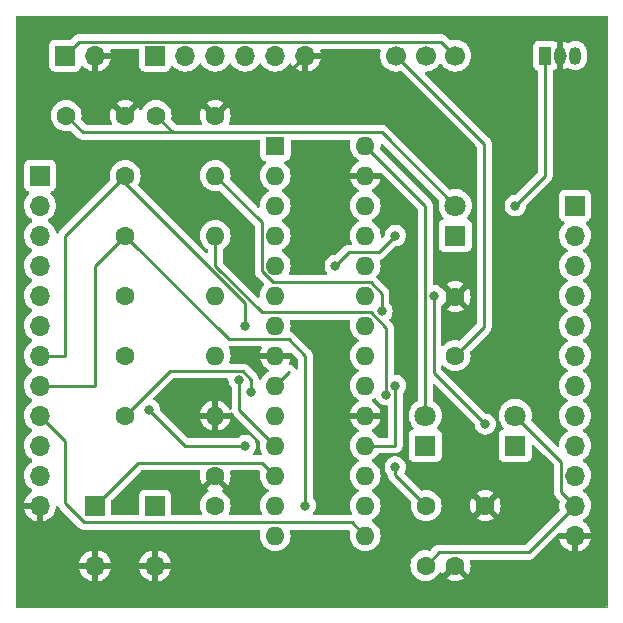
<source format=gbr>
%TF.GenerationSoftware,KiCad,Pcbnew,7.0.1*%
%TF.CreationDate,2023-04-23T17:26:01-05:00*%
%TF.ProjectId,hw4,6877342e-6b69-4636-9164-5f7063625858,rev?*%
%TF.SameCoordinates,Original*%
%TF.FileFunction,Copper,L2,Bot*%
%TF.FilePolarity,Positive*%
%FSLAX46Y46*%
G04 Gerber Fmt 4.6, Leading zero omitted, Abs format (unit mm)*
G04 Created by KiCad (PCBNEW 7.0.1) date 2023-04-23 17:26:01*
%MOMM*%
%LPD*%
G01*
G04 APERTURE LIST*
%TA.AperFunction,ComponentPad*%
%ADD10R,1.800000X1.800000*%
%TD*%
%TA.AperFunction,ComponentPad*%
%ADD11C,1.800000*%
%TD*%
%TA.AperFunction,ComponentPad*%
%ADD12R,1.700000X1.700000*%
%TD*%
%TA.AperFunction,ComponentPad*%
%ADD13O,1.700000X1.700000*%
%TD*%
%TA.AperFunction,ComponentPad*%
%ADD14C,1.600000*%
%TD*%
%TA.AperFunction,ComponentPad*%
%ADD15C,1.700000*%
%TD*%
%TA.AperFunction,ComponentPad*%
%ADD16O,1.600000X1.600000*%
%TD*%
%TA.AperFunction,ComponentPad*%
%ADD17R,1.600000X1.600000*%
%TD*%
%TA.AperFunction,ComponentPad*%
%ADD18R,1.050000X1.500000*%
%TD*%
%TA.AperFunction,ComponentPad*%
%ADD19O,1.050000X1.500000*%
%TD*%
%TA.AperFunction,ViaPad*%
%ADD20C,0.800000*%
%TD*%
%TA.AperFunction,Conductor*%
%ADD21C,0.250000*%
%TD*%
%TA.AperFunction,Profile*%
%ADD22C,0.100000*%
%TD*%
G04 APERTURE END LIST*
D10*
%TO.P,D2,1,K*%
%TO.N,Net-(D2-K)*%
X134620000Y-86360000D03*
D11*
%TO.P,D2,2,A*%
%TO.N,+3.3V*%
X134620000Y-83820000D03*
%TD*%
%TO.P,D1,2,A*%
%TO.N,+3.3V*%
X142240000Y-83820000D03*
D10*
%TO.P,D1,1,K*%
%TO.N,Net-(D1-K)*%
X142240000Y-86360000D03*
%TD*%
D12*
%TO.P,U4,1*%
%TO.N,/A0*%
X102000000Y-63500000D03*
D13*
%TO.P,U4,2*%
%TO.N,/A1*%
X102000000Y-66040000D03*
%TO.P,U4,3*%
%TO.N,/B0*%
X102000000Y-68580000D03*
%TO.P,U4,4*%
%TO.N,/B1*%
X102000000Y-71120000D03*
%TO.P,U4,5*%
%TO.N,/B2*%
X102000000Y-73660000D03*
%TO.P,U4,6*%
%TO.N,/A3*%
X102000000Y-76200000D03*
%TO.P,U4,7*%
%TO.N,/GREEN*%
X102000000Y-78740000D03*
%TO.P,U4,8*%
%TO.N,/YELLOW*%
X102000000Y-81280000D03*
%TO.P,U4,9*%
%TO.N,/B6*%
X102000000Y-83820000D03*
%TO.P,U4,10*%
%TO.N,/Vin*%
X102000000Y-86360000D03*
%TO.P,U4,11*%
%TO.N,+3.3V*%
X102000000Y-88900000D03*
%TO.P,U4,12*%
%TO.N,GND*%
X102000000Y-91440000D03*
%TD*%
D14*
%TO.P,C5,1*%
%TO.N,+3.3V*%
X116840000Y-91440000D03*
%TO.P,C5,2*%
%TO.N,GND*%
X116840000Y-88940000D03*
%TD*%
D12*
%TO.P,ADAFRUITFriend1,1*%
%TO.N,unconnected-(ADAFRUITFriend1-Pad1)*%
X111760000Y-53340000D03*
D13*
%TO.P,ADAFRUITFriend1,2,U1TX*%
%TO.N,/U1TX*%
X114300000Y-53340000D03*
%TO.P,ADAFRUITFriend1,3,U1RX*%
%TO.N,/U1RX*%
X116840000Y-53340000D03*
%TO.P,ADAFRUITFriend1,4*%
%TO.N,+5V*%
X119380000Y-53340000D03*
%TO.P,ADAFRUITFriend1,5*%
%TO.N,unconnected-(ADAFRUITFriend1-Pad5)*%
X121920000Y-53340000D03*
%TO.P,ADAFRUITFriend1,6*%
%TO.N,GND*%
X124460000Y-53340000D03*
%TD*%
D15*
%TO.P,SW3,1,B*%
%TO.N,Net-(SW3-B)*%
X132160000Y-53340000D03*
%TO.P,SW3,2,C*%
%TO.N,+5V*%
X134660000Y-53340000D03*
%TO.P,SW3,3,A*%
%TO.N,Net-(SW3-A)*%
X137160000Y-53340000D03*
%TD*%
D14*
%TO.P,R2,1*%
%TO.N,/YELLOW*%
X109220000Y-68580000D03*
D16*
%TO.P,R2,2*%
%TO.N,Net-(D2-K)*%
X116840000Y-68580000D03*
%TD*%
D12*
%TO.P,U3,1*%
%TO.N,/B15*%
X147320000Y-66040000D03*
D13*
%TO.P,U3,2*%
%TO.N,/B14*%
X147320000Y-68580000D03*
%TO.P,U3,3*%
%TO.N,/B13*%
X147320000Y-71120000D03*
%TO.P,U3,4*%
%TO.N,/B12*%
X147320000Y-73660000D03*
%TO.P,U3,5*%
%TO.N,/B11*%
X147320000Y-76200000D03*
%TO.P,U3,6*%
%TO.N,/B10*%
X147320000Y-78740000D03*
%TO.P,U3,7*%
%TO.N,/B9*%
X147320000Y-81280000D03*
%TO.P,U3,8*%
%TO.N,/B8*%
X147320000Y-83820000D03*
%TO.P,U3,9*%
%TO.N,/B7*%
X147320000Y-86360000D03*
%TO.P,U3,10*%
%TO.N,/Vin*%
X147320000Y-88900000D03*
%TO.P,U3,11*%
%TO.N,+3.3V*%
X147320000Y-91440000D03*
%TO.P,U3,12*%
%TO.N,GND*%
X147320000Y-93980000D03*
%TD*%
D12*
%TO.P,SW1,1,1*%
%TO.N,/USER*%
X106680000Y-91440000D03*
D13*
%TO.P,SW1,2,2*%
%TO.N,GND*%
X106680000Y-96520000D03*
%TD*%
D12*
%TO.P,U5,1,J1_Battery*%
%TO.N,Net-(SW3-A)*%
X104140000Y-53340000D03*
D13*
%TO.P,U5,2*%
%TO.N,GND*%
X106680000Y-53340000D03*
%TD*%
D17*
%TO.P,U2,1,~{MCLR}*%
%TO.N,/MCLR*%
X121920000Y-60960000D03*
D16*
%TO.P,U2,2,A0*%
%TO.N,/A0*%
X121920000Y-63500000D03*
%TO.P,U2,3,A1*%
%TO.N,/A1*%
X121920000Y-66040000D03*
%TO.P,U2,4,B0*%
%TO.N,/B0*%
X121920000Y-68580000D03*
%TO.P,U2,5,B1*%
%TO.N,/B1*%
X121920000Y-71120000D03*
%TO.P,U2,6,B2*%
%TO.N,/B2*%
X121920000Y-73660000D03*
%TO.P,U2,7,U1TX*%
%TO.N,/U1TX*%
X121920000Y-76200000D03*
%TO.P,U2,8,VSS*%
%TO.N,GND*%
X121920000Y-78740000D03*
%TO.P,U2,9,U1RX*%
%TO.N,/U1RX*%
X121920000Y-81280000D03*
%TO.P,U2,10,A3*%
%TO.N,/A3*%
X121920000Y-83820000D03*
%TO.P,U2,11,B4*%
%TO.N,/GREEN*%
X121920000Y-86360000D03*
%TO.P,U2,12,A4*%
%TO.N,/USER*%
X121920000Y-88900000D03*
%TO.P,U2,13,Vdd*%
%TO.N,+3.3V*%
X121920000Y-91440000D03*
%TO.P,U2,14,B5*%
%TO.N,/YELLOW*%
X121920000Y-93980000D03*
%TO.P,U2,15,B6*%
%TO.N,/B6*%
X129540000Y-93980000D03*
%TO.P,U2,16,B7*%
%TO.N,/B7*%
X129540000Y-91440000D03*
%TO.P,U2,17,B8*%
%TO.N,/B8*%
X129540000Y-88900000D03*
%TO.P,U2,18,B9*%
%TO.N,/B9*%
X129540000Y-86360000D03*
%TO.P,U2,19,Vss*%
%TO.N,GND*%
X129540000Y-83820000D03*
%TO.P,U2,20,Vcap*%
%TO.N,Net-(U2-Vcap)*%
X129540000Y-81280000D03*
%TO.P,U2,21,B10*%
%TO.N,/B10*%
X129540000Y-78740000D03*
%TO.P,U2,22,B11*%
%TO.N,/B11*%
X129540000Y-76200000D03*
%TO.P,U2,23,B12*%
%TO.N,/B12*%
X129540000Y-73660000D03*
%TO.P,U2,24,B13*%
%TO.N,/B13*%
X129540000Y-71120000D03*
%TO.P,U2,25,B14*%
%TO.N,/B14*%
X129540000Y-68580000D03*
%TO.P,U2,26,B15*%
%TO.N,/B15*%
X129540000Y-66040000D03*
%TO.P,U2,27,AVss*%
%TO.N,GND*%
X129540000Y-63500000D03*
%TO.P,U2,28,Avdd*%
%TO.N,+3.3V*%
X129540000Y-60960000D03*
%TD*%
D14*
%TO.P,C1,1*%
%TO.N,Net-(SW3-B)*%
X137160000Y-78740000D03*
%TO.P,C1,2*%
%TO.N,GND*%
X137160000Y-73740000D03*
%TD*%
%TO.P,C2,1*%
%TO.N,Net-(D3-A)*%
X104220000Y-58420000D03*
%TO.P,C2,2*%
%TO.N,GND*%
X109220000Y-58420000D03*
%TD*%
D16*
%TO.P,R4,2*%
%TO.N,/MCLR*%
X116840000Y-78740000D03*
D14*
%TO.P,R4,1*%
%TO.N,+3.3V*%
X109220000Y-78740000D03*
%TD*%
%TO.P,C4,1*%
%TO.N,Net-(U2-Vcap)*%
X134700000Y-91440000D03*
%TO.P,C4,2*%
%TO.N,GND*%
X139700000Y-91440000D03*
%TD*%
%TO.P,R3,1*%
%TO.N,+3.3V*%
X109220000Y-73660000D03*
D16*
%TO.P,R3,2*%
%TO.N,/USER*%
X116840000Y-73660000D03*
%TD*%
D10*
%TO.P,D3,1,K*%
%TO.N,Net-(D3-K)*%
X137160000Y-68580000D03*
D11*
%TO.P,D3,2,A*%
%TO.N,Net-(D3-A)*%
X137160000Y-66040000D03*
%TD*%
D14*
%TO.P,C3,1*%
%TO.N,Net-(D3-A)*%
X111840000Y-58420000D03*
%TO.P,C3,2*%
%TO.N,GND*%
X116840000Y-58420000D03*
%TD*%
D16*
%TO.P,R1,2*%
%TO.N,Net-(D1-K)*%
X116840000Y-63500000D03*
D14*
%TO.P,R1,1*%
%TO.N,/GREEN*%
X109220000Y-63500000D03*
%TD*%
D16*
%TO.P,R5,2*%
%TO.N,GND*%
X116840000Y-83820000D03*
D14*
%TO.P,R5,1*%
%TO.N,Net-(D3-K)*%
X109220000Y-83820000D03*
%TD*%
D18*
%TO.P,U1,1,VO*%
%TO.N,Net-(D3-A)*%
X144780000Y-53340000D03*
D19*
%TO.P,U1,2,GND*%
%TO.N,GND*%
X146050000Y-53340000D03*
%TO.P,U1,3,VI*%
%TO.N,Net-(SW3-B)*%
X147320000Y-53340000D03*
%TD*%
D12*
%TO.P,SW2,1,1*%
%TO.N,/MCLR*%
X111760000Y-91440000D03*
D13*
%TO.P,SW2,2,2*%
%TO.N,GND*%
X111760000Y-96520000D03*
%TD*%
D14*
%TO.P,C6,1*%
%TO.N,+3.3V*%
X134660000Y-96520000D03*
%TO.P,C6,2*%
%TO.N,GND*%
X137160000Y-96520000D03*
%TD*%
D20*
%TO.N,Net-(D3-K)*%
X119892299Y-81792299D03*
X132080000Y-68580000D03*
X127000000Y-71120000D03*
%TO.N,Net-(D3-A)*%
X142240000Y-66040000D03*
%TO.N,/GREEN*%
X118867700Y-80767700D03*
X119380000Y-76200000D03*
%TO.N,/YELLOW*%
X124460000Y-91440000D03*
%TO.N,Net-(D1-K)*%
X130959698Y-75004107D03*
X135344500Y-73660000D03*
X139700000Y-84544500D03*
%TO.N,Net-(D2-K)*%
X131322300Y-82037700D03*
%TO.N,GND*%
X147320000Y-93980000D03*
%TO.N,Net-(U2-Vcap)*%
X132080000Y-88175500D03*
%TO.N,GND*%
X146195500Y-53340000D03*
X137160000Y-73740000D03*
X129540000Y-83820000D03*
X137160000Y-96520000D03*
X139700000Y-91440000D03*
X119380000Y-58420000D03*
%TO.N,+3.3V*%
X119380000Y-86360000D03*
X111247700Y-83307700D03*
%TO.N,/B9*%
X132080000Y-81280000D03*
%TD*%
D21*
%TO.N,Net-(D3-K)*%
X112997300Y-80042700D02*
X109220000Y-83820000D01*
X119892299Y-81792299D02*
X119892299Y-80766994D01*
X119892299Y-80766994D02*
X119168005Y-80042700D01*
X128125000Y-69995000D02*
X127000000Y-71120000D01*
X132080000Y-68580000D02*
X130665000Y-69995000D01*
X119168005Y-80042700D02*
X112997300Y-80042700D01*
X130665000Y-69995000D02*
X128125000Y-69995000D01*
%TO.N,+3.3V*%
X135785000Y-95395000D02*
X143365000Y-95395000D01*
X134660000Y-96520000D02*
X135785000Y-95395000D01*
X143365000Y-95395000D02*
X147320000Y-91440000D01*
%TO.N,Net-(D3-A)*%
X105635000Y-59835000D02*
X113255000Y-59835000D01*
X104220000Y-58420000D02*
X105635000Y-59835000D01*
X113255000Y-59835000D02*
X111840000Y-58420000D01*
X130955000Y-59835000D02*
X113255000Y-59835000D01*
X137160000Y-66040000D02*
X130955000Y-59835000D01*
X144780000Y-63500000D02*
X142240000Y-66040000D01*
X144780000Y-53340000D02*
X144780000Y-63500000D01*
%TO.N,Net-(SW3-A)*%
X105315000Y-52165000D02*
X104140000Y-53340000D01*
X135985000Y-52165000D02*
X105315000Y-52165000D01*
X137160000Y-53340000D02*
X135985000Y-52165000D01*
%TO.N,/GREEN*%
X118867700Y-83307700D02*
X121920000Y-86360000D01*
X118867700Y-80767700D02*
X118867700Y-83307700D01*
X109220000Y-64136396D02*
X119380000Y-74296396D01*
X104140000Y-78740000D02*
X104140000Y-68580000D01*
X119380000Y-74296396D02*
X119380000Y-76200000D01*
X109220000Y-63500000D02*
X109220000Y-64136396D01*
X102000000Y-78740000D02*
X104140000Y-78740000D01*
X104140000Y-68580000D02*
X109220000Y-63500000D01*
%TO.N,/YELLOW*%
X106680000Y-81280000D02*
X102000000Y-81280000D01*
X106680000Y-71120000D02*
X106680000Y-81280000D01*
X109220000Y-68580000D02*
X106680000Y-71120000D01*
X117965000Y-77325000D02*
X109220000Y-68580000D01*
X124460000Y-78739999D02*
X123045001Y-77325000D01*
X123045001Y-77325000D02*
X117965000Y-77325000D01*
X124460000Y-91440000D02*
X124460000Y-78739999D01*
%TO.N,Net-(SW3-B)*%
X139611396Y-60791396D02*
X132160000Y-53340000D01*
X139611396Y-76288604D02*
X139611396Y-60791396D01*
X137160000Y-78740000D02*
X139611396Y-76288604D01*
%TO.N,Net-(D1-K)*%
X120795000Y-67455000D02*
X116840000Y-63500000D01*
X120795000Y-71585991D02*
X120795000Y-67455000D01*
X121744009Y-72535000D02*
X120795000Y-71585991D01*
X130005991Y-72535000D02*
X121744009Y-72535000D01*
X130959698Y-75004107D02*
X130959698Y-73488707D01*
X130959698Y-73488707D02*
X130005991Y-72535000D01*
X139700000Y-84544500D02*
X135344500Y-80189000D01*
X135344500Y-80189000D02*
X135344500Y-73660000D01*
%TO.N,Net-(D2-K)*%
X116840000Y-71120000D02*
X116840000Y-68580000D01*
X120795000Y-75075000D02*
X116840000Y-71120000D01*
X131322300Y-76391309D02*
X130005991Y-75075000D01*
X130005991Y-75075000D02*
X120795000Y-75075000D01*
X131322300Y-82037700D02*
X131322300Y-76391309D01*
%TO.N,/B6*%
X105745000Y-92855000D02*
X104140000Y-91250000D01*
X128415000Y-92855000D02*
X105745000Y-92855000D01*
X104140000Y-91250000D02*
X104140000Y-85960000D01*
X129540000Y-93980000D02*
X128415000Y-92855000D01*
X104140000Y-85960000D02*
X102000000Y-83820000D01*
%TO.N,+3.3V*%
X134620000Y-66040000D02*
X129540000Y-60960000D01*
X134620000Y-83820000D02*
X134620000Y-66040000D01*
X146145000Y-90265000D02*
X147320000Y-91440000D01*
X146145000Y-87725000D02*
X146145000Y-90265000D01*
X142240000Y-83820000D02*
X146145000Y-87725000D01*
%TO.N,Net-(U2-Vcap)*%
X132080000Y-88820000D02*
X134700000Y-91440000D01*
X132080000Y-88175500D02*
X132080000Y-88820000D01*
%TO.N,GND*%
X119380000Y-58420000D02*
X124460000Y-53340000D01*
%TO.N,+3.3V*%
X114300000Y-86360000D02*
X119380000Y-86360000D01*
X111247700Y-83307700D02*
X114300000Y-86360000D01*
%TO.N,/USER*%
X120835000Y-87815000D02*
X121920000Y-88900000D01*
X110305000Y-87815000D02*
X120835000Y-87815000D01*
X106680000Y-91440000D02*
X110305000Y-87815000D01*
%TO.N,/U1RX*%
X123045000Y-80155000D02*
X121920000Y-81280000D01*
%TO.N,/B9*%
X132080000Y-81280000D02*
X132080000Y-86360000D01*
X132080000Y-86360000D02*
X129540000Y-86360000D01*
%TD*%
%TA.AperFunction,Conductor*%
%TO.N,GND*%
G36*
X128220707Y-75713288D02*
G01*
X128264239Y-75749013D01*
X128287480Y-75800309D01*
X128285638Y-75856593D01*
X128254364Y-75973308D01*
X128234531Y-76200000D01*
X128254364Y-76426689D01*
X128313261Y-76646497D01*
X128409432Y-76852735D01*
X128539953Y-77039140D01*
X128700859Y-77200046D01*
X128887263Y-77330566D01*
X128887266Y-77330568D01*
X128945275Y-77357618D01*
X128997450Y-77403375D01*
X129016869Y-77470000D01*
X128997450Y-77536625D01*
X128945275Y-77582382D01*
X128887263Y-77609433D01*
X128700859Y-77739953D01*
X128539953Y-77900859D01*
X128409432Y-78087264D01*
X128313261Y-78293502D01*
X128254364Y-78513310D01*
X128234531Y-78740000D01*
X128254364Y-78966689D01*
X128313261Y-79186497D01*
X128409432Y-79392735D01*
X128539953Y-79579140D01*
X128700859Y-79740046D01*
X128884701Y-79868772D01*
X128887266Y-79870568D01*
X128945275Y-79897618D01*
X128997450Y-79943375D01*
X129016869Y-80010000D01*
X128997450Y-80076625D01*
X128945275Y-80122382D01*
X128887263Y-80149433D01*
X128700859Y-80279953D01*
X128539953Y-80440859D01*
X128409432Y-80627264D01*
X128313261Y-80833502D01*
X128254364Y-81053310D01*
X128234531Y-81280000D01*
X128254364Y-81506689D01*
X128313261Y-81726497D01*
X128409432Y-81932735D01*
X128539953Y-82119140D01*
X128700859Y-82280046D01*
X128887264Y-82410567D01*
X128887265Y-82410567D01*
X128887266Y-82410568D01*
X128945865Y-82437893D01*
X128998040Y-82483650D01*
X129017460Y-82550274D01*
X128998041Y-82616899D01*
X128945866Y-82662656D01*
X128887522Y-82689863D01*
X128701180Y-82820341D01*
X128540341Y-82981180D01*
X128409865Y-83167519D01*
X128313733Y-83373673D01*
X128261128Y-83569999D01*
X128261128Y-83570000D01*
X130818872Y-83570000D01*
X130818871Y-83569999D01*
X130766266Y-83373673D01*
X130670134Y-83167519D01*
X130539658Y-82981180D01*
X130378819Y-82820341D01*
X130192482Y-82689866D01*
X130134133Y-82662657D01*
X130081958Y-82616899D01*
X130062539Y-82550274D01*
X130081959Y-82483649D01*
X130134134Y-82437893D01*
X130192734Y-82410568D01*
X130303022Y-82333343D01*
X130356347Y-82312204D01*
X130413485Y-82317328D01*
X130462202Y-82347622D01*
X130492071Y-82396600D01*
X130495119Y-82405983D01*
X130589766Y-82569916D01*
X130716429Y-82710589D01*
X130869569Y-82821851D01*
X131042497Y-82898844D01*
X131227652Y-82938200D01*
X131330500Y-82938200D01*
X131392500Y-82954813D01*
X131437887Y-83000200D01*
X131454500Y-83062200D01*
X131454500Y-85610500D01*
X131437887Y-85672500D01*
X131392500Y-85717887D01*
X131330500Y-85734500D01*
X130754188Y-85734500D01*
X130696931Y-85720489D01*
X130652613Y-85681623D01*
X130540046Y-85520859D01*
X130379140Y-85359953D01*
X130192736Y-85229433D01*
X130166908Y-85217389D01*
X130134132Y-85202105D01*
X130081958Y-85156348D01*
X130062539Y-85089723D01*
X130081959Y-85023098D01*
X130134135Y-84977342D01*
X130192479Y-84950135D01*
X130378819Y-84819658D01*
X130539658Y-84658819D01*
X130670134Y-84472480D01*
X130766266Y-84266326D01*
X130818872Y-84070000D01*
X128261128Y-84070000D01*
X128313733Y-84266326D01*
X128409865Y-84472480D01*
X128540341Y-84658819D01*
X128701180Y-84819658D01*
X128887519Y-84950134D01*
X128945865Y-84977342D01*
X128998040Y-85023099D01*
X129017460Y-85089723D01*
X128998041Y-85156348D01*
X128945866Y-85202105D01*
X128887267Y-85229430D01*
X128700859Y-85359953D01*
X128539953Y-85520859D01*
X128409432Y-85707264D01*
X128313261Y-85913502D01*
X128254364Y-86133310D01*
X128234531Y-86360000D01*
X128254364Y-86586689D01*
X128313261Y-86806497D01*
X128409432Y-87012735D01*
X128539953Y-87199140D01*
X128700859Y-87360046D01*
X128887263Y-87490566D01*
X128887266Y-87490568D01*
X128945275Y-87517618D01*
X128997450Y-87563375D01*
X129016869Y-87630000D01*
X128997450Y-87696625D01*
X128945275Y-87742382D01*
X128887263Y-87769433D01*
X128700859Y-87899953D01*
X128539953Y-88060859D01*
X128409432Y-88247264D01*
X128313261Y-88453502D01*
X128254364Y-88673310D01*
X128234531Y-88900000D01*
X128254364Y-89126689D01*
X128313261Y-89346497D01*
X128409432Y-89552735D01*
X128539953Y-89739140D01*
X128700859Y-89900046D01*
X128870781Y-90019025D01*
X128887266Y-90030568D01*
X128945275Y-90057618D01*
X128997450Y-90103375D01*
X129016869Y-90170000D01*
X128997450Y-90236625D01*
X128945275Y-90282382D01*
X128887263Y-90309433D01*
X128700859Y-90439953D01*
X128539953Y-90600859D01*
X128409432Y-90787264D01*
X128313261Y-90993502D01*
X128254364Y-91213310D01*
X128234531Y-91440000D01*
X128254364Y-91666689D01*
X128313261Y-91886497D01*
X128390948Y-92053095D01*
X128402301Y-92113610D01*
X128383147Y-92172125D01*
X128338209Y-92214214D01*
X128278566Y-92229500D01*
X125239382Y-92229500D01*
X125184247Y-92216568D01*
X125140612Y-92180470D01*
X125117578Y-92128735D01*
X125119950Y-92072154D01*
X125147230Y-92022528D01*
X125192533Y-91972216D01*
X125287179Y-91808284D01*
X125345674Y-91628256D01*
X125365460Y-91440000D01*
X125345674Y-91251744D01*
X125287179Y-91071716D01*
X125287179Y-91071715D01*
X125192535Y-90907786D01*
X125179427Y-90893229D01*
X125117347Y-90824282D01*
X125093736Y-90785751D01*
X125085500Y-90741313D01*
X125085500Y-78822743D01*
X125087764Y-78802235D01*
X125087666Y-78799126D01*
X125085561Y-78732112D01*
X125085500Y-78728218D01*
X125085500Y-78700653D01*
X125085500Y-78700649D01*
X125084997Y-78696669D01*
X125084081Y-78685027D01*
X125082710Y-78641372D01*
X125077118Y-78622125D01*
X125073174Y-78603084D01*
X125070664Y-78583207D01*
X125054579Y-78542582D01*
X125050808Y-78531567D01*
X125038618Y-78489609D01*
X125028414Y-78472354D01*
X125019861Y-78454894D01*
X125012486Y-78436268D01*
X125012486Y-78436267D01*
X124986808Y-78400924D01*
X124980401Y-78391170D01*
X124958169Y-78353578D01*
X124944006Y-78339415D01*
X124931367Y-78324616D01*
X124919595Y-78308412D01*
X124885941Y-78280572D01*
X124877299Y-78272708D01*
X123545803Y-76941211D01*
X123532907Y-76925113D01*
X123481776Y-76877098D01*
X123478979Y-76874387D01*
X123459471Y-76854879D01*
X123456291Y-76852412D01*
X123447425Y-76844839D01*
X123415583Y-76814938D01*
X123398025Y-76805285D01*
X123381765Y-76794604D01*
X123365937Y-76782327D01*
X123325852Y-76764980D01*
X123315362Y-76759841D01*
X123277092Y-76738802D01*
X123257692Y-76733821D01*
X123239287Y-76727520D01*
X123235134Y-76725723D01*
X123188560Y-76690629D01*
X123163178Y-76638125D01*
X123164601Y-76579830D01*
X123205635Y-76426692D01*
X123225468Y-76200000D01*
X123205635Y-75973308D01*
X123192428Y-75924018D01*
X123174362Y-75856593D01*
X123172520Y-75800309D01*
X123195761Y-75749013D01*
X123239293Y-75713288D01*
X123294137Y-75700500D01*
X128165863Y-75700500D01*
X128220707Y-75713288D01*
G37*
%TD.AperFunction*%
%TA.AperFunction,Conductor*%
G36*
X115521225Y-88453288D02*
G01*
X115564757Y-88489014D01*
X115587998Y-88540309D01*
X115586156Y-88596594D01*
X115554858Y-88713397D01*
X115535033Y-88940000D01*
X115554858Y-89166602D01*
X115613733Y-89386326D01*
X115709866Y-89592484D01*
X115760972Y-89665471D01*
X115760973Y-89665472D01*
X116752318Y-88674127D01*
X116807905Y-88642033D01*
X116872093Y-88642033D01*
X116927680Y-88674127D01*
X117919025Y-89665472D01*
X117970134Y-89592480D01*
X118066266Y-89386326D01*
X118125141Y-89166602D01*
X118144966Y-88940000D01*
X118125141Y-88713397D01*
X118093844Y-88596594D01*
X118092002Y-88540309D01*
X118115243Y-88489014D01*
X118158775Y-88453288D01*
X118213619Y-88440500D01*
X120524548Y-88440500D01*
X120572001Y-88449939D01*
X120612229Y-88476819D01*
X120620586Y-88485176D01*
X120652680Y-88540763D01*
X120652680Y-88604949D01*
X120634364Y-88673307D01*
X120614531Y-88900000D01*
X120634364Y-89126689D01*
X120693261Y-89346497D01*
X120789432Y-89552735D01*
X120919953Y-89739140D01*
X121080859Y-89900046D01*
X121250781Y-90019025D01*
X121267266Y-90030568D01*
X121325275Y-90057618D01*
X121377450Y-90103375D01*
X121396869Y-90170000D01*
X121377450Y-90236625D01*
X121325275Y-90282382D01*
X121267263Y-90309433D01*
X121080859Y-90439953D01*
X120919953Y-90600859D01*
X120789432Y-90787264D01*
X120693261Y-90993502D01*
X120634364Y-91213310D01*
X120614531Y-91440000D01*
X120634364Y-91666689D01*
X120693261Y-91886497D01*
X120770948Y-92053095D01*
X120782301Y-92113610D01*
X120763147Y-92172125D01*
X120718209Y-92214214D01*
X120658566Y-92229500D01*
X118101434Y-92229500D01*
X118041791Y-92214214D01*
X117996853Y-92172125D01*
X117977699Y-92113610D01*
X117989052Y-92053095D01*
X118026768Y-91972213D01*
X118066739Y-91886496D01*
X118125635Y-91666692D01*
X118145468Y-91440000D01*
X118125635Y-91213308D01*
X118066739Y-90993504D01*
X117970568Y-90787266D01*
X117969507Y-90785751D01*
X117840046Y-90600859D01*
X117679140Y-90439953D01*
X117492735Y-90309432D01*
X117477023Y-90302106D01*
X117424847Y-90256348D01*
X117405428Y-90189722D01*
X117424849Y-90123097D01*
X117477026Y-90077340D01*
X117492484Y-90070131D01*
X117565472Y-90019025D01*
X116839999Y-89293553D01*
X116839998Y-89293553D01*
X116114526Y-90019025D01*
X116114526Y-90019026D01*
X116187515Y-90070133D01*
X116202975Y-90077342D01*
X116255150Y-90123098D01*
X116274570Y-90189722D01*
X116255152Y-90256347D01*
X116202978Y-90302104D01*
X116187268Y-90309429D01*
X116000859Y-90439953D01*
X115839953Y-90600859D01*
X115709432Y-90787264D01*
X115613261Y-90993502D01*
X115554364Y-91213310D01*
X115534531Y-91440000D01*
X115554364Y-91666689D01*
X115613261Y-91886497D01*
X115690948Y-92053095D01*
X115702301Y-92113610D01*
X115683147Y-92172125D01*
X115638209Y-92214214D01*
X115578566Y-92229500D01*
X113234500Y-92229500D01*
X113172500Y-92212887D01*
X113127113Y-92167500D01*
X113110500Y-92105500D01*
X113110499Y-90542130D01*
X113110381Y-90541032D01*
X113104091Y-90482517D01*
X113053796Y-90347669D01*
X112967546Y-90232454D01*
X112852331Y-90146204D01*
X112717483Y-90095909D01*
X112657873Y-90089500D01*
X112657869Y-90089500D01*
X110862130Y-90089500D01*
X110802515Y-90095909D01*
X110667669Y-90146204D01*
X110552454Y-90232454D01*
X110466204Y-90347668D01*
X110415909Y-90482515D01*
X110415909Y-90482517D01*
X110409500Y-90542127D01*
X110409500Y-91378021D01*
X110409501Y-92105500D01*
X110392888Y-92167500D01*
X110347501Y-92212887D01*
X110285501Y-92229500D01*
X108154500Y-92229500D01*
X108092500Y-92212887D01*
X108047113Y-92167500D01*
X108030500Y-92105500D01*
X108030499Y-91025452D01*
X108039938Y-90977999D01*
X108066815Y-90937774D01*
X110527771Y-88476819D01*
X110568000Y-88449939D01*
X110615453Y-88440500D01*
X115466381Y-88440500D01*
X115521225Y-88453288D01*
G37*
%TD.AperFunction*%
%TA.AperFunction,Conductor*%
G36*
X117898346Y-80682715D02*
G01*
X117942933Y-80722860D01*
X117963453Y-80779239D01*
X117982026Y-80955957D01*
X118040520Y-81135984D01*
X118135164Y-81299913D01*
X118135167Y-81299916D01*
X118210352Y-81383417D01*
X118233964Y-81421949D01*
X118242200Y-81466387D01*
X118242200Y-83191637D01*
X118224489Y-83255502D01*
X118176415Y-83301122D01*
X118111710Y-83315467D01*
X118048860Y-83294438D01*
X118005818Y-83244042D01*
X117970134Y-83167519D01*
X117839658Y-82981180D01*
X117678819Y-82820341D01*
X117492480Y-82689865D01*
X117286326Y-82593733D01*
X117090000Y-82541128D01*
X117090000Y-83570000D01*
X118129067Y-83570000D01*
X118155787Y-83549580D01*
X118219939Y-83541517D01*
X118279429Y-83566845D01*
X118304205Y-83600068D01*
X118306007Y-83598760D01*
X118340880Y-83646759D01*
X118347293Y-83656522D01*
X118369526Y-83694116D01*
X118369529Y-83694119D01*
X118369530Y-83694120D01*
X118383695Y-83708285D01*
X118396327Y-83723075D01*
X118408106Y-83739287D01*
X118441758Y-83767126D01*
X118450399Y-83774989D01*
X120620586Y-85945177D01*
X120652680Y-86000764D01*
X120652680Y-86064950D01*
X120634364Y-86133307D01*
X120614531Y-86360000D01*
X120634364Y-86586689D01*
X120693261Y-86806497D01*
X120725440Y-86875503D01*
X120789432Y-87012734D01*
X120789433Y-87012735D01*
X120789601Y-87013095D01*
X120800954Y-87073609D01*
X120781800Y-87132125D01*
X120736862Y-87174214D01*
X120677219Y-87189500D01*
X120123366Y-87189500D01*
X120068231Y-87176568D01*
X120024596Y-87140470D01*
X120001562Y-87088735D01*
X120003934Y-87032154D01*
X120031216Y-86982528D01*
X120112533Y-86892216D01*
X120207179Y-86728284D01*
X120233383Y-86647637D01*
X120265674Y-86548256D01*
X120285460Y-86360000D01*
X120265674Y-86171744D01*
X120217096Y-86022237D01*
X120207179Y-85991715D01*
X120112533Y-85827783D01*
X119985870Y-85687110D01*
X119832730Y-85575848D01*
X119659802Y-85498855D01*
X119474648Y-85459500D01*
X119474646Y-85459500D01*
X119285354Y-85459500D01*
X119285352Y-85459500D01*
X119100197Y-85498855D01*
X118927272Y-85575847D01*
X118878653Y-85611171D01*
X118774129Y-85687112D01*
X118768401Y-85693473D01*
X118726688Y-85723780D01*
X118676253Y-85734500D01*
X114610452Y-85734500D01*
X114562999Y-85725061D01*
X114522771Y-85698181D01*
X112894591Y-84070000D01*
X115561128Y-84070000D01*
X115613733Y-84266326D01*
X115709865Y-84472480D01*
X115840341Y-84658819D01*
X116001180Y-84819658D01*
X116187519Y-84950134D01*
X116393673Y-85046266D01*
X116589999Y-85098871D01*
X116590000Y-85098872D01*
X116590000Y-84070000D01*
X117090000Y-84070000D01*
X117090000Y-85098871D01*
X117286326Y-85046266D01*
X117492480Y-84950134D01*
X117678819Y-84819658D01*
X117839658Y-84658819D01*
X117970134Y-84472480D01*
X118066266Y-84266326D01*
X118118872Y-84070000D01*
X117090000Y-84070000D01*
X116590000Y-84070000D01*
X115561128Y-84070000D01*
X112894591Y-84070000D01*
X112394591Y-83570000D01*
X115561128Y-83570000D01*
X116590000Y-83570000D01*
X116590000Y-82541128D01*
X116589999Y-82541128D01*
X116393673Y-82593733D01*
X116187519Y-82689865D01*
X116001180Y-82820341D01*
X115840341Y-82981180D01*
X115709865Y-83167519D01*
X115613733Y-83373673D01*
X115561128Y-83569999D01*
X115561128Y-83570000D01*
X112394591Y-83570000D01*
X112186660Y-83362069D01*
X112162420Y-83327771D01*
X112151021Y-83287355D01*
X112133374Y-83119444D01*
X112088449Y-82981180D01*
X112074879Y-82939415D01*
X111980233Y-82775483D01*
X111853570Y-82634810D01*
X111700430Y-82523548D01*
X111658095Y-82504699D01*
X111611151Y-82468187D01*
X111586607Y-82414017D01*
X111590109Y-82354649D01*
X111620848Y-82303741D01*
X113220071Y-80704519D01*
X113260300Y-80677639D01*
X113307753Y-80668200D01*
X117840132Y-80668200D01*
X117898346Y-80682715D01*
G37*
%TD.AperFunction*%
%TA.AperFunction,Conductor*%
G36*
X120718760Y-77965786D02*
G01*
X120763697Y-78007875D01*
X120782851Y-78066390D01*
X120771499Y-78126904D01*
X120693734Y-78293671D01*
X120641128Y-78489999D01*
X120641128Y-78490000D01*
X123223075Y-78490000D01*
X123223700Y-78489542D01*
X123292950Y-78485002D01*
X123353793Y-78518382D01*
X123798181Y-78962770D01*
X123825061Y-79002998D01*
X123834500Y-79050451D01*
X123834500Y-79800822D01*
X123818785Y-79861241D01*
X123775622Y-79906345D01*
X123715952Y-79924702D01*
X123654901Y-79911658D01*
X123607942Y-79870521D01*
X123606754Y-79868773D01*
X123606754Y-79868772D01*
X123517923Y-79738062D01*
X123399378Y-79633550D01*
X123399376Y-79633549D01*
X123399375Y-79633548D01*
X123258565Y-79561803D01*
X123148816Y-79537271D01*
X123099183Y-79513703D01*
X123064606Y-79471003D01*
X123051873Y-79417555D01*
X123063484Y-79363852D01*
X123146266Y-79186325D01*
X123198872Y-78990000D01*
X120641128Y-78990000D01*
X120693733Y-79186326D01*
X120789865Y-79392480D01*
X120920341Y-79578819D01*
X121081180Y-79739658D01*
X121267519Y-79870134D01*
X121325865Y-79897342D01*
X121378040Y-79943099D01*
X121397460Y-80009723D01*
X121378041Y-80076348D01*
X121325866Y-80122105D01*
X121267267Y-80149430D01*
X121080859Y-80279953D01*
X120919953Y-80440859D01*
X120789433Y-80627263D01*
X120751096Y-80709477D01*
X120708696Y-80759435D01*
X120646755Y-80780810D01*
X120582569Y-80767632D01*
X120534060Y-80723581D01*
X120521500Y-80682797D01*
X120519380Y-80683414D01*
X120515008Y-80668368D01*
X120515008Y-80668366D01*
X120509418Y-80649128D01*
X120505473Y-80630076D01*
X120502963Y-80610202D01*
X120495954Y-80592500D01*
X120486877Y-80569575D01*
X120483104Y-80558554D01*
X120470916Y-80516604D01*
X120460720Y-80499363D01*
X120452162Y-80481896D01*
X120444785Y-80463262D01*
X120419097Y-80427906D01*
X120412708Y-80418178D01*
X120390469Y-80380573D01*
X120376304Y-80366408D01*
X120363668Y-80351614D01*
X120351894Y-80335408D01*
X120346440Y-80330896D01*
X120318234Y-80307562D01*
X120309604Y-80299708D01*
X119668807Y-79658911D01*
X119655911Y-79642813D01*
X119604780Y-79594798D01*
X119601983Y-79592087D01*
X119582475Y-79572579D01*
X119579295Y-79570112D01*
X119570429Y-79562539D01*
X119538587Y-79532638D01*
X119521029Y-79522985D01*
X119504769Y-79512304D01*
X119488941Y-79500027D01*
X119448856Y-79482680D01*
X119438366Y-79477541D01*
X119400096Y-79456502D01*
X119380696Y-79451521D01*
X119362289Y-79445219D01*
X119343902Y-79437262D01*
X119300763Y-79430429D01*
X119289329Y-79428061D01*
X119247024Y-79417200D01*
X119226989Y-79417200D01*
X119207591Y-79415673D01*
X119200167Y-79414497D01*
X119187810Y-79412540D01*
X119187809Y-79412540D01*
X119162473Y-79414935D01*
X119144330Y-79416650D01*
X119132661Y-79417200D01*
X118153801Y-79417200D01*
X118094158Y-79401914D01*
X118049220Y-79359825D01*
X118030066Y-79301310D01*
X118041419Y-79240795D01*
X118051191Y-79219838D01*
X118066739Y-79186496D01*
X118125635Y-78966692D01*
X118145468Y-78740000D01*
X118125635Y-78513308D01*
X118066739Y-78293504D01*
X117989051Y-78126904D01*
X117977699Y-78066390D01*
X117996853Y-78007875D01*
X118041791Y-77965786D01*
X118101434Y-77950500D01*
X120659117Y-77950500D01*
X120718760Y-77965786D01*
G37*
%TD.AperFunction*%
%TA.AperFunction,Conductor*%
G36*
X149937500Y-50017113D02*
G01*
X149982887Y-50062500D01*
X149999500Y-50124500D01*
X149999500Y-99875500D01*
X149982887Y-99937500D01*
X149937500Y-99982887D01*
X149875500Y-99999500D01*
X100124500Y-99999500D01*
X100062500Y-99982887D01*
X100017113Y-99937500D01*
X100000500Y-99875500D01*
X100000500Y-96770000D01*
X105349364Y-96770000D01*
X105406569Y-96983492D01*
X105506399Y-97197576D01*
X105641893Y-97391081D01*
X105808918Y-97558106D01*
X106002423Y-97693600D01*
X106216507Y-97793430D01*
X106429999Y-97850635D01*
X106430000Y-97850636D01*
X106430000Y-96770000D01*
X106930000Y-96770000D01*
X106930000Y-97850635D01*
X107143492Y-97793430D01*
X107357576Y-97693600D01*
X107551081Y-97558106D01*
X107718106Y-97391081D01*
X107853600Y-97197576D01*
X107953430Y-96983492D01*
X108010636Y-96770000D01*
X110429364Y-96770000D01*
X110486569Y-96983492D01*
X110586399Y-97197576D01*
X110721893Y-97391081D01*
X110888918Y-97558106D01*
X111082423Y-97693600D01*
X111296507Y-97793430D01*
X111509999Y-97850635D01*
X111510000Y-97850636D01*
X111510000Y-96770000D01*
X112010000Y-96770000D01*
X112010000Y-97850635D01*
X112223492Y-97793430D01*
X112437576Y-97693600D01*
X112631081Y-97558106D01*
X112798106Y-97391081D01*
X112933600Y-97197576D01*
X113033430Y-96983492D01*
X113090636Y-96770000D01*
X112010000Y-96770000D01*
X111510000Y-96770000D01*
X110429364Y-96770000D01*
X108010636Y-96770000D01*
X106930000Y-96770000D01*
X106430000Y-96770000D01*
X105349364Y-96770000D01*
X100000500Y-96770000D01*
X100000500Y-96520000D01*
X133354531Y-96520000D01*
X133374364Y-96746689D01*
X133433261Y-96966497D01*
X133529432Y-97172735D01*
X133659953Y-97359140D01*
X133820859Y-97520046D01*
X134007264Y-97650567D01*
X134007265Y-97650567D01*
X134007266Y-97650568D01*
X134213504Y-97746739D01*
X134433308Y-97805635D01*
X134660000Y-97825468D01*
X134886692Y-97805635D01*
X135106496Y-97746739D01*
X135312734Y-97650568D01*
X135386344Y-97599026D01*
X136434526Y-97599026D01*
X136507515Y-97650133D01*
X136713673Y-97746266D01*
X136933397Y-97805141D01*
X137160000Y-97824966D01*
X137386602Y-97805141D01*
X137606326Y-97746266D01*
X137812480Y-97650134D01*
X137885472Y-97599025D01*
X137160001Y-96873553D01*
X137160000Y-96873553D01*
X136434526Y-97599025D01*
X136434526Y-97599026D01*
X135386344Y-97599026D01*
X135499139Y-97520047D01*
X135660047Y-97359139D01*
X135790568Y-97172734D01*
X135797893Y-97157023D01*
X135843647Y-97104849D01*
X135910273Y-97085428D01*
X135976899Y-97104847D01*
X136022657Y-97157023D01*
X136029866Y-97172483D01*
X136080972Y-97245471D01*
X136080973Y-97245472D01*
X137072318Y-96254127D01*
X137127905Y-96222033D01*
X137192093Y-96222033D01*
X137247680Y-96254127D01*
X138239025Y-97245472D01*
X138290134Y-97172480D01*
X138386266Y-96966326D01*
X138445141Y-96746602D01*
X138464966Y-96519999D01*
X138445141Y-96293397D01*
X138413844Y-96176594D01*
X138412002Y-96120309D01*
X138435243Y-96069014D01*
X138478775Y-96033288D01*
X138533619Y-96020500D01*
X143282256Y-96020500D01*
X143302762Y-96022764D01*
X143305665Y-96022672D01*
X143305667Y-96022673D01*
X143372872Y-96020561D01*
X143376768Y-96020500D01*
X143404349Y-96020500D01*
X143404350Y-96020500D01*
X143408319Y-96019998D01*
X143419965Y-96019080D01*
X143463627Y-96017709D01*
X143482859Y-96012120D01*
X143501918Y-96008174D01*
X143508196Y-96007381D01*
X143521792Y-96005664D01*
X143562407Y-95989582D01*
X143573444Y-95985803D01*
X143615390Y-95973618D01*
X143632629Y-95963422D01*
X143650102Y-95954862D01*
X143668732Y-95947486D01*
X143704064Y-95921814D01*
X143713830Y-95915400D01*
X143751418Y-95893171D01*
X143751417Y-95893171D01*
X143751420Y-95893170D01*
X143765585Y-95879004D01*
X143780373Y-95866373D01*
X143796587Y-95854594D01*
X143824438Y-95820926D01*
X143832279Y-95812309D01*
X145414588Y-94230000D01*
X145989364Y-94230000D01*
X146046569Y-94443492D01*
X146146399Y-94657576D01*
X146281893Y-94851081D01*
X146448918Y-95018106D01*
X146642423Y-95153600D01*
X146856507Y-95253430D01*
X147069999Y-95310635D01*
X147070000Y-95310636D01*
X147070000Y-94230000D01*
X147570000Y-94230000D01*
X147570000Y-95310635D01*
X147783492Y-95253430D01*
X147997576Y-95153600D01*
X148191081Y-95018106D01*
X148358106Y-94851081D01*
X148493600Y-94657576D01*
X148593430Y-94443492D01*
X148650636Y-94230000D01*
X147570000Y-94230000D01*
X147070000Y-94230000D01*
X145989364Y-94230000D01*
X145414588Y-94230000D01*
X145878272Y-93766316D01*
X145918497Y-93739439D01*
X145965950Y-93730000D01*
X148650636Y-93730000D01*
X148650635Y-93729999D01*
X148593430Y-93516507D01*
X148493599Y-93302421D01*
X148358109Y-93108921D01*
X148191081Y-92941893D01*
X148005404Y-92811880D01*
X147966539Y-92767562D01*
X147952528Y-92710305D01*
X147966539Y-92653048D01*
X148005402Y-92608732D01*
X148191401Y-92478495D01*
X148358495Y-92311401D01*
X148494035Y-92117830D01*
X148593903Y-91903663D01*
X148655063Y-91675408D01*
X148675659Y-91440000D01*
X148670167Y-91377233D01*
X148655063Y-91204592D01*
X148639082Y-91144949D01*
X148593903Y-90976337D01*
X148494035Y-90762171D01*
X148358495Y-90568599D01*
X148191401Y-90401505D01*
X148005839Y-90271573D01*
X147966975Y-90227257D01*
X147952964Y-90170000D01*
X147966975Y-90112743D01*
X148005839Y-90068426D01*
X148191401Y-89938495D01*
X148358495Y-89771401D01*
X148494035Y-89577830D01*
X148593903Y-89363663D01*
X148655063Y-89135408D01*
X148675659Y-88900000D01*
X148672140Y-88859784D01*
X148655063Y-88664592D01*
X148622693Y-88543784D01*
X148593903Y-88436337D01*
X148494035Y-88222171D01*
X148358495Y-88028599D01*
X148191401Y-87861505D01*
X148005839Y-87731573D01*
X147966975Y-87687257D01*
X147952964Y-87630000D01*
X147966975Y-87572743D01*
X148005839Y-87528426D01*
X148191401Y-87398495D01*
X148358495Y-87231401D01*
X148494035Y-87037830D01*
X148593903Y-86823663D01*
X148655063Y-86595408D01*
X148675659Y-86360000D01*
X148655063Y-86124592D01*
X148593903Y-85896337D01*
X148494035Y-85682171D01*
X148358495Y-85488599D01*
X148191401Y-85321505D01*
X148005839Y-85191573D01*
X147966975Y-85147257D01*
X147952964Y-85090000D01*
X147966975Y-85032743D01*
X148005839Y-84988426D01*
X148191401Y-84858495D01*
X148358495Y-84691401D01*
X148494035Y-84497830D01*
X148593903Y-84283663D01*
X148655063Y-84055408D01*
X148675659Y-83820000D01*
X148655063Y-83584592D01*
X148593903Y-83356337D01*
X148494035Y-83142171D01*
X148358495Y-82948599D01*
X148191401Y-82781505D01*
X148005839Y-82651573D01*
X147966975Y-82607257D01*
X147952964Y-82550000D01*
X147966975Y-82492743D01*
X148005839Y-82448426D01*
X148191401Y-82318495D01*
X148358495Y-82151401D01*
X148494035Y-81957830D01*
X148593903Y-81743663D01*
X148655063Y-81515408D01*
X148675659Y-81280000D01*
X148655063Y-81044592D01*
X148593903Y-80816337D01*
X148494035Y-80602171D01*
X148358495Y-80408599D01*
X148191401Y-80241505D01*
X148005839Y-80111573D01*
X147966976Y-80067257D01*
X147952965Y-80010000D01*
X147966976Y-79952743D01*
X148005839Y-79908426D01*
X148191401Y-79778495D01*
X148358495Y-79611401D01*
X148494035Y-79417830D01*
X148593903Y-79203663D01*
X148655063Y-78975408D01*
X148675659Y-78740000D01*
X148665346Y-78622130D01*
X148655063Y-78504592D01*
X148644177Y-78463966D01*
X148593903Y-78276337D01*
X148494035Y-78062171D01*
X148358495Y-77868599D01*
X148191401Y-77701505D01*
X148005839Y-77571573D01*
X147966975Y-77527257D01*
X147952964Y-77470000D01*
X147966975Y-77412743D01*
X148005839Y-77368426D01*
X148191401Y-77238495D01*
X148358495Y-77071401D01*
X148494035Y-76877830D01*
X148593903Y-76663663D01*
X148655063Y-76435408D01*
X148675659Y-76200000D01*
X148655063Y-75964592D01*
X148593903Y-75736337D01*
X148494035Y-75522171D01*
X148358495Y-75328599D01*
X148191401Y-75161505D01*
X148005839Y-75031573D01*
X147966975Y-74987257D01*
X147952964Y-74930000D01*
X147966975Y-74872743D01*
X148005839Y-74828426D01*
X148191401Y-74698495D01*
X148358495Y-74531401D01*
X148494035Y-74337830D01*
X148593903Y-74123663D01*
X148655063Y-73895408D01*
X148675659Y-73660000D01*
X148665863Y-73548039D01*
X148655063Y-73424592D01*
X148638150Y-73361472D01*
X148593903Y-73196337D01*
X148494035Y-72982171D01*
X148358495Y-72788599D01*
X148191401Y-72621505D01*
X148005839Y-72491573D01*
X147966975Y-72447257D01*
X147952964Y-72390000D01*
X147966975Y-72332743D01*
X148005839Y-72288426D01*
X148191401Y-72158495D01*
X148358495Y-71991401D01*
X148494035Y-71797830D01*
X148593903Y-71583663D01*
X148655063Y-71355408D01*
X148675659Y-71120000D01*
X148655063Y-70884592D01*
X148593903Y-70656337D01*
X148494035Y-70442171D01*
X148358495Y-70248599D01*
X148191401Y-70081505D01*
X148005839Y-69951573D01*
X147966975Y-69907257D01*
X147952964Y-69850000D01*
X147966975Y-69792743D01*
X148005839Y-69748426D01*
X148191401Y-69618495D01*
X148358495Y-69451401D01*
X148494035Y-69257830D01*
X148593903Y-69043663D01*
X148655063Y-68815408D01*
X148675659Y-68580000D01*
X148673878Y-68559649D01*
X148655063Y-68344592D01*
X148625839Y-68235525D01*
X148593903Y-68116337D01*
X148494035Y-67902171D01*
X148358495Y-67708599D01*
X148236569Y-67586673D01*
X148205273Y-67533927D01*
X148203084Y-67472634D01*
X148230537Y-67417789D01*
X148280916Y-67382810D01*
X148412331Y-67333796D01*
X148527546Y-67247546D01*
X148613796Y-67132331D01*
X148664091Y-66997483D01*
X148670500Y-66937873D01*
X148670499Y-65142128D01*
X148664091Y-65082517D01*
X148613796Y-64947669D01*
X148527546Y-64832454D01*
X148412331Y-64746204D01*
X148277483Y-64695909D01*
X148217873Y-64689500D01*
X148217869Y-64689500D01*
X146422130Y-64689500D01*
X146362515Y-64695909D01*
X146227669Y-64746204D01*
X146112454Y-64832454D01*
X146026204Y-64947668D01*
X145975909Y-65082515D01*
X145975909Y-65082517D01*
X145969783Y-65139500D01*
X145969500Y-65142130D01*
X145969500Y-66937869D01*
X145975909Y-66997483D01*
X146026204Y-67132331D01*
X146112454Y-67247546D01*
X146227669Y-67333796D01*
X146317383Y-67367257D01*
X146359082Y-67382810D01*
X146409462Y-67417789D01*
X146436915Y-67472634D01*
X146434726Y-67533926D01*
X146403431Y-67586673D01*
X146281503Y-67708601D01*
X146145965Y-67902170D01*
X146046097Y-68116336D01*
X145984936Y-68344592D01*
X145964340Y-68579999D01*
X145984936Y-68815407D01*
X146024537Y-68963198D01*
X146046097Y-69043663D01*
X146145965Y-69257830D01*
X146281505Y-69451401D01*
X146448599Y-69618495D01*
X146634160Y-69748426D01*
X146673024Y-69792743D01*
X146687035Y-69850000D01*
X146673024Y-69907257D01*
X146634159Y-69951575D01*
X146448595Y-70081508D01*
X146281505Y-70248598D01*
X146145965Y-70442170D01*
X146046097Y-70656336D01*
X145984936Y-70884592D01*
X145964340Y-71120000D01*
X145984936Y-71355407D01*
X146024537Y-71503198D01*
X146046097Y-71583663D01*
X146145965Y-71797830D01*
X146281505Y-71991401D01*
X146448599Y-72158495D01*
X146634160Y-72288426D01*
X146673024Y-72332743D01*
X146687035Y-72390000D01*
X146673024Y-72447257D01*
X146634158Y-72491575D01*
X146465222Y-72609866D01*
X146448595Y-72621508D01*
X146281505Y-72788598D01*
X146145965Y-72982170D01*
X146046097Y-73196336D01*
X145984936Y-73424592D01*
X145964340Y-73659999D01*
X145984936Y-73895407D01*
X146022191Y-74034444D01*
X146046097Y-74123663D01*
X146145965Y-74337830D01*
X146281505Y-74531401D01*
X146448599Y-74698495D01*
X146634160Y-74828426D01*
X146673024Y-74872743D01*
X146687035Y-74930000D01*
X146673024Y-74987257D01*
X146634159Y-75031575D01*
X146448595Y-75161508D01*
X146281505Y-75328598D01*
X146145965Y-75522170D01*
X146046097Y-75736336D01*
X145984936Y-75964592D01*
X145964340Y-76200000D01*
X145984936Y-76435407D01*
X146023633Y-76579826D01*
X146046097Y-76663663D01*
X146145965Y-76877830D01*
X146281505Y-77071401D01*
X146448599Y-77238495D01*
X146634160Y-77368426D01*
X146673024Y-77412743D01*
X146687035Y-77470000D01*
X146673024Y-77527257D01*
X146634159Y-77571575D01*
X146448595Y-77701508D01*
X146281505Y-77868598D01*
X146145965Y-78062170D01*
X146046097Y-78276336D01*
X145984936Y-78504592D01*
X145964340Y-78739999D01*
X145984936Y-78975407D01*
X146019238Y-79103424D01*
X146046097Y-79203663D01*
X146145965Y-79417830D01*
X146281505Y-79611401D01*
X146448599Y-79778495D01*
X146634160Y-79908426D01*
X146673024Y-79952743D01*
X146687035Y-80010000D01*
X146673024Y-80067257D01*
X146634159Y-80111575D01*
X146448595Y-80241508D01*
X146281505Y-80408598D01*
X146145965Y-80602170D01*
X146046097Y-80816336D01*
X145984936Y-81044592D01*
X145964340Y-81280000D01*
X145984936Y-81515407D01*
X146021156Y-81650582D01*
X146046097Y-81743663D01*
X146145965Y-81957830D01*
X146281505Y-82151401D01*
X146448599Y-82318495D01*
X146634160Y-82448426D01*
X146673024Y-82492743D01*
X146687035Y-82550000D01*
X146673024Y-82607257D01*
X146634158Y-82651575D01*
X146457200Y-82775483D01*
X146448595Y-82781508D01*
X146281505Y-82948598D01*
X146145965Y-83142170D01*
X146046097Y-83356336D01*
X145984936Y-83584592D01*
X145964340Y-83820000D01*
X145984936Y-84055407D01*
X146017307Y-84176215D01*
X146046097Y-84283663D01*
X146145965Y-84497830D01*
X146281505Y-84691401D01*
X146448599Y-84858495D01*
X146634160Y-84988426D01*
X146673024Y-85032743D01*
X146687035Y-85090000D01*
X146673024Y-85147257D01*
X146634159Y-85191575D01*
X146448595Y-85321508D01*
X146281505Y-85488598D01*
X146145965Y-85682170D01*
X146046097Y-85896336D01*
X145984936Y-86124592D01*
X145963401Y-86370729D01*
X145938249Y-86435408D01*
X145882283Y-86476443D01*
X145813034Y-86480982D01*
X145752192Y-86447602D01*
X143621347Y-84316757D01*
X143589477Y-84261993D01*
X143588823Y-84198638D01*
X143626134Y-84051305D01*
X143645300Y-83820000D01*
X143626134Y-83588695D01*
X143569157Y-83363700D01*
X143475924Y-83151151D01*
X143348979Y-82956847D01*
X143191784Y-82786087D01*
X143008626Y-82643530D01*
X142804503Y-82533064D01*
X142804499Y-82533062D01*
X142804498Y-82533062D01*
X142584984Y-82457702D01*
X142413282Y-82429050D01*
X142356049Y-82419500D01*
X142123951Y-82419500D01*
X142078164Y-82427140D01*
X141895015Y-82457702D01*
X141675501Y-82533062D01*
X141471372Y-82643531D01*
X141288215Y-82786087D01*
X141131020Y-82956848D01*
X141004076Y-83151150D01*
X140910844Y-83363696D01*
X140910842Y-83363700D01*
X140910843Y-83363700D01*
X140858601Y-83570000D01*
X140853865Y-83588700D01*
X140834699Y-83820000D01*
X140853865Y-84051299D01*
X140853865Y-84051301D01*
X140853866Y-84051305D01*
X140908361Y-84266497D01*
X140910844Y-84276303D01*
X140928589Y-84316757D01*
X141004076Y-84488849D01*
X141131021Y-84683153D01*
X141225803Y-84786114D01*
X141254575Y-84838865D01*
X141255168Y-84898951D01*
X141227441Y-84952261D01*
X141177906Y-84986276D01*
X141097671Y-85016202D01*
X140982454Y-85102454D01*
X140896204Y-85217668D01*
X140845909Y-85352516D01*
X140839500Y-85412130D01*
X140839500Y-87307869D01*
X140845909Y-87367483D01*
X140896204Y-87502331D01*
X140982454Y-87617546D01*
X141097669Y-87703796D01*
X141232517Y-87754091D01*
X141292127Y-87760500D01*
X143187872Y-87760499D01*
X143247483Y-87754091D01*
X143382331Y-87703796D01*
X143497546Y-87617546D01*
X143583796Y-87502331D01*
X143634091Y-87367483D01*
X143640500Y-87307873D01*
X143640499Y-86404449D01*
X143654014Y-86348156D01*
X143691614Y-86304133D01*
X143745101Y-86281978D01*
X143802817Y-86286520D01*
X143852179Y-86316769D01*
X144671677Y-87136268D01*
X145483181Y-87947772D01*
X145510061Y-87988000D01*
X145519500Y-88035453D01*
X145519500Y-90182256D01*
X145517235Y-90202762D01*
X145519439Y-90272873D01*
X145519500Y-90276768D01*
X145519500Y-90304349D01*
X145520003Y-90308334D01*
X145520918Y-90319967D01*
X145522290Y-90363626D01*
X145527879Y-90382860D01*
X145531825Y-90401916D01*
X145534335Y-90421792D01*
X145550414Y-90462404D01*
X145554197Y-90473451D01*
X145566382Y-90515391D01*
X145576580Y-90532635D01*
X145585136Y-90550100D01*
X145592514Y-90568732D01*
X145603066Y-90583256D01*
X145618180Y-90604059D01*
X145624593Y-90613822D01*
X145646826Y-90651416D01*
X145646829Y-90651419D01*
X145646830Y-90651420D01*
X145660995Y-90665585D01*
X145673627Y-90680375D01*
X145685406Y-90696587D01*
X145719058Y-90724426D01*
X145727699Y-90732289D01*
X145979762Y-90984352D01*
X146011856Y-91039939D01*
X146011856Y-91104126D01*
X145984936Y-91204593D01*
X145964340Y-91440000D01*
X145984936Y-91675405D01*
X146011856Y-91775871D01*
X146011856Y-91840058D01*
X145979762Y-91895646D01*
X143142228Y-94733181D01*
X143102000Y-94760061D01*
X143054547Y-94769500D01*
X135867740Y-94769500D01*
X135847236Y-94767236D01*
X135777144Y-94769439D01*
X135773250Y-94769500D01*
X135745648Y-94769500D01*
X135741653Y-94770004D01*
X135730029Y-94770918D01*
X135686368Y-94772290D01*
X135667128Y-94777880D01*
X135648081Y-94781825D01*
X135628209Y-94784335D01*
X135587599Y-94800413D01*
X135576554Y-94804194D01*
X135534611Y-94816380D01*
X135517369Y-94826578D01*
X135499897Y-94835138D01*
X135481266Y-94842514D01*
X135445938Y-94868181D01*
X135436180Y-94874591D01*
X135398579Y-94896829D01*
X135384410Y-94910998D01*
X135369622Y-94923628D01*
X135353413Y-94935405D01*
X135325572Y-94969058D01*
X135317711Y-94977696D01*
X135074821Y-95220586D01*
X135019234Y-95252680D01*
X134955047Y-95252680D01*
X134886690Y-95234364D01*
X134659999Y-95214531D01*
X134433310Y-95234364D01*
X134213502Y-95293261D01*
X134007264Y-95389432D01*
X133820859Y-95519953D01*
X133659953Y-95680859D01*
X133529432Y-95867264D01*
X133433261Y-96073502D01*
X133374364Y-96293310D01*
X133354531Y-96520000D01*
X100000500Y-96520000D01*
X100000500Y-96270000D01*
X105349364Y-96270000D01*
X106430000Y-96270000D01*
X106430000Y-95189364D01*
X106930000Y-95189364D01*
X106930000Y-96270000D01*
X108010636Y-96270000D01*
X110429364Y-96270000D01*
X111510000Y-96270000D01*
X111510000Y-95189364D01*
X112010000Y-95189364D01*
X112010000Y-96270000D01*
X113090636Y-96270000D01*
X113090635Y-96269999D01*
X113033430Y-96056507D01*
X112933599Y-95842421D01*
X112798109Y-95648921D01*
X112631081Y-95481893D01*
X112437576Y-95346399D01*
X112223492Y-95246569D01*
X112010000Y-95189364D01*
X111510000Y-95189364D01*
X111509999Y-95189364D01*
X111296507Y-95246569D01*
X111082421Y-95346400D01*
X110888921Y-95481890D01*
X110721890Y-95648921D01*
X110586400Y-95842421D01*
X110486569Y-96056507D01*
X110429364Y-96269999D01*
X110429364Y-96270000D01*
X108010636Y-96270000D01*
X108010635Y-96269999D01*
X107953430Y-96056507D01*
X107853599Y-95842421D01*
X107718109Y-95648921D01*
X107551081Y-95481893D01*
X107357576Y-95346399D01*
X107143492Y-95246569D01*
X106930000Y-95189364D01*
X106430000Y-95189364D01*
X106429999Y-95189364D01*
X106216507Y-95246569D01*
X106002421Y-95346400D01*
X105808921Y-95481890D01*
X105641890Y-95648921D01*
X105506400Y-95842421D01*
X105406569Y-96056507D01*
X105349364Y-96269999D01*
X105349364Y-96270000D01*
X100000500Y-96270000D01*
X100000500Y-91690000D01*
X100669364Y-91690000D01*
X100726569Y-91903492D01*
X100826399Y-92117576D01*
X100961893Y-92311081D01*
X101128918Y-92478106D01*
X101322423Y-92613600D01*
X101536507Y-92713430D01*
X101749999Y-92770635D01*
X101750000Y-92770636D01*
X101750000Y-91690000D01*
X100669364Y-91690000D01*
X100000500Y-91690000D01*
X100000500Y-88899999D01*
X100644340Y-88899999D01*
X100664936Y-89135407D01*
X100703526Y-89279426D01*
X100726097Y-89363663D01*
X100825965Y-89577830D01*
X100961505Y-89771401D01*
X101128599Y-89938495D01*
X101314597Y-90068732D01*
X101353460Y-90113048D01*
X101367471Y-90170305D01*
X101353461Y-90227561D01*
X101314595Y-90271880D01*
X101128919Y-90401892D01*
X100961890Y-90568921D01*
X100826400Y-90762421D01*
X100726569Y-90976507D01*
X100669364Y-91189999D01*
X100669364Y-91190000D01*
X102126000Y-91190000D01*
X102188000Y-91206613D01*
X102233387Y-91252000D01*
X102250000Y-91314000D01*
X102250000Y-92770635D01*
X102463492Y-92713430D01*
X102677576Y-92613600D01*
X102871081Y-92478106D01*
X103038106Y-92311081D01*
X103173600Y-92117576D01*
X103273430Y-91903492D01*
X103334569Y-91675318D01*
X103343341Y-91575055D01*
X103366145Y-91513539D01*
X103417144Y-91472269D01*
X103482064Y-91462796D01*
X103542730Y-91487775D01*
X103582159Y-91540209D01*
X103587514Y-91553732D01*
X103587515Y-91553733D01*
X103613180Y-91589059D01*
X103619593Y-91598822D01*
X103641826Y-91636416D01*
X103641829Y-91636419D01*
X103641830Y-91636420D01*
X103655995Y-91650585D01*
X103668627Y-91665375D01*
X103680406Y-91681587D01*
X103714058Y-91709426D01*
X103722699Y-91717289D01*
X105244197Y-93238787D01*
X105257098Y-93254889D01*
X105259212Y-93256874D01*
X105259214Y-93256877D01*
X105306561Y-93301339D01*
X105308240Y-93302916D01*
X105311036Y-93305626D01*
X105330530Y-93325120D01*
X105333704Y-93327582D01*
X105342568Y-93335153D01*
X105374418Y-93365062D01*
X105384914Y-93370832D01*
X105391974Y-93374714D01*
X105408231Y-93385392D01*
X105424064Y-93397674D01*
X105440185Y-93404649D01*
X105464156Y-93415023D01*
X105474643Y-93420160D01*
X105512908Y-93441197D01*
X105532316Y-93446180D01*
X105550710Y-93452478D01*
X105569105Y-93460438D01*
X105612254Y-93467271D01*
X105623680Y-93469638D01*
X105639222Y-93473629D01*
X105665980Y-93480500D01*
X105665981Y-93480500D01*
X105686016Y-93480500D01*
X105705413Y-93482026D01*
X105725196Y-93485160D01*
X105768674Y-93481050D01*
X105780344Y-93480500D01*
X120545863Y-93480500D01*
X120600707Y-93493288D01*
X120644239Y-93529013D01*
X120667480Y-93580309D01*
X120665638Y-93636593D01*
X120634364Y-93753308D01*
X120614531Y-93980000D01*
X120634364Y-94206689D01*
X120693261Y-94426497D01*
X120789432Y-94632735D01*
X120919953Y-94819140D01*
X121080859Y-94980046D01*
X121267264Y-95110567D01*
X121267265Y-95110567D01*
X121267266Y-95110568D01*
X121473504Y-95206739D01*
X121693308Y-95265635D01*
X121920000Y-95285468D01*
X122146692Y-95265635D01*
X122366496Y-95206739D01*
X122572734Y-95110568D01*
X122759139Y-94980047D01*
X122920047Y-94819139D01*
X123050568Y-94632734D01*
X123146739Y-94426496D01*
X123205635Y-94206692D01*
X123225468Y-93980000D01*
X123205635Y-93753308D01*
X123199390Y-93730000D01*
X123174362Y-93636593D01*
X123172520Y-93580309D01*
X123195761Y-93529013D01*
X123239293Y-93493288D01*
X123294137Y-93480500D01*
X128104547Y-93480500D01*
X128152000Y-93489939D01*
X128192228Y-93516819D01*
X128240586Y-93565177D01*
X128272680Y-93620764D01*
X128272680Y-93684950D01*
X128254364Y-93753307D01*
X128234531Y-93980000D01*
X128254364Y-94206689D01*
X128313261Y-94426497D01*
X128409432Y-94632735D01*
X128539953Y-94819140D01*
X128700859Y-94980046D01*
X128887264Y-95110567D01*
X128887265Y-95110567D01*
X128887266Y-95110568D01*
X129093504Y-95206739D01*
X129313308Y-95265635D01*
X129540000Y-95285468D01*
X129766692Y-95265635D01*
X129986496Y-95206739D01*
X130192734Y-95110568D01*
X130379139Y-94980047D01*
X130540047Y-94819139D01*
X130670568Y-94632734D01*
X130766739Y-94426496D01*
X130825635Y-94206692D01*
X130845468Y-93980000D01*
X130825635Y-93753308D01*
X130766739Y-93533504D01*
X130670568Y-93327266D01*
X130669065Y-93325120D01*
X130540046Y-93140859D01*
X130379140Y-92979953D01*
X130192732Y-92849430D01*
X130134724Y-92822380D01*
X130082549Y-92776623D01*
X130063130Y-92709997D01*
X130082550Y-92643373D01*
X130134721Y-92597619D01*
X130192734Y-92570568D01*
X130379139Y-92440047D01*
X130540047Y-92279139D01*
X130670568Y-92092734D01*
X130766739Y-91886496D01*
X130825635Y-91666692D01*
X130845468Y-91440000D01*
X130825635Y-91213308D01*
X130766739Y-90993504D01*
X130670568Y-90787266D01*
X130669507Y-90785751D01*
X130540046Y-90600859D01*
X130379140Y-90439953D01*
X130192733Y-90309431D01*
X130134725Y-90282382D01*
X130082549Y-90236625D01*
X130063129Y-90170000D01*
X130082549Y-90103375D01*
X130134725Y-90057618D01*
X130192734Y-90030568D01*
X130379139Y-89900047D01*
X130540047Y-89739139D01*
X130670568Y-89552734D01*
X130766739Y-89346496D01*
X130825635Y-89126692D01*
X130845468Y-88900000D01*
X130825635Y-88673308D01*
X130766739Y-88453504D01*
X130670568Y-88247266D01*
X130652996Y-88222171D01*
X130620316Y-88175499D01*
X131174540Y-88175499D01*
X131194326Y-88363757D01*
X131252820Y-88543784D01*
X131347466Y-88707716D01*
X131423683Y-88792364D01*
X131444276Y-88823713D01*
X131454554Y-88859784D01*
X131455000Y-88863312D01*
X131455918Y-88874967D01*
X131457290Y-88918626D01*
X131462879Y-88937860D01*
X131466825Y-88956916D01*
X131469335Y-88976792D01*
X131485414Y-89017404D01*
X131489197Y-89028451D01*
X131501382Y-89070391D01*
X131511580Y-89087635D01*
X131520136Y-89105100D01*
X131527514Y-89123732D01*
X131529665Y-89126692D01*
X131553180Y-89159059D01*
X131559593Y-89168822D01*
X131581826Y-89206416D01*
X131581829Y-89206419D01*
X131581830Y-89206420D01*
X131595995Y-89220585D01*
X131608627Y-89235375D01*
X131620406Y-89251587D01*
X131654058Y-89279426D01*
X131662699Y-89287289D01*
X133400586Y-91025176D01*
X133432680Y-91080763D01*
X133432680Y-91144949D01*
X133414364Y-91213307D01*
X133394531Y-91440000D01*
X133414364Y-91666689D01*
X133473261Y-91886497D01*
X133569432Y-92092735D01*
X133699953Y-92279140D01*
X133860859Y-92440046D01*
X134047264Y-92570567D01*
X134047265Y-92570567D01*
X134047266Y-92570568D01*
X134253504Y-92666739D01*
X134473308Y-92725635D01*
X134700000Y-92745468D01*
X134926692Y-92725635D01*
X135146496Y-92666739D01*
X135352734Y-92570568D01*
X135426344Y-92519026D01*
X138974526Y-92519026D01*
X139047515Y-92570133D01*
X139253673Y-92666266D01*
X139473397Y-92725141D01*
X139700000Y-92744966D01*
X139926602Y-92725141D01*
X140146326Y-92666266D01*
X140352480Y-92570134D01*
X140425472Y-92519025D01*
X139700001Y-91793553D01*
X139700000Y-91793553D01*
X138974526Y-92519025D01*
X138974526Y-92519026D01*
X135426344Y-92519026D01*
X135539139Y-92440047D01*
X135700047Y-92279139D01*
X135830568Y-92092734D01*
X135926739Y-91886496D01*
X135985635Y-91666692D01*
X136005468Y-91440000D01*
X136005468Y-91439999D01*
X138395033Y-91439999D01*
X138414858Y-91666602D01*
X138473733Y-91886326D01*
X138569866Y-92092484D01*
X138620972Y-92165471D01*
X138620974Y-92165472D01*
X139346446Y-91440001D01*
X140053553Y-91440001D01*
X140779025Y-92165472D01*
X140830134Y-92092480D01*
X140926266Y-91886326D01*
X140985141Y-91666602D01*
X141004966Y-91440000D01*
X140985141Y-91213397D01*
X140926266Y-90993673D01*
X140830133Y-90787515D01*
X140779025Y-90714526D01*
X140053553Y-91440000D01*
X140053553Y-91440001D01*
X139346446Y-91440001D01*
X139346446Y-91439999D01*
X138620973Y-90714526D01*
X138620973Y-90714527D01*
X138569865Y-90787516D01*
X138473733Y-90993672D01*
X138414858Y-91213397D01*
X138395033Y-91439999D01*
X136005468Y-91439999D01*
X135985635Y-91213308D01*
X135926739Y-90993504D01*
X135830568Y-90787266D01*
X135829507Y-90785751D01*
X135700046Y-90600859D01*
X135539140Y-90439953D01*
X135426344Y-90360973D01*
X138974526Y-90360973D01*
X139700000Y-91086446D01*
X139700001Y-91086446D01*
X140425472Y-90360974D01*
X140425471Y-90360972D01*
X140352484Y-90309866D01*
X140146326Y-90213733D01*
X139926602Y-90154858D01*
X139700000Y-90135033D01*
X139473397Y-90154858D01*
X139253672Y-90213733D01*
X139047516Y-90309865D01*
X138974527Y-90360973D01*
X138974526Y-90360973D01*
X135426344Y-90360973D01*
X135352735Y-90309432D01*
X135146497Y-90213261D01*
X134926689Y-90154364D01*
X134700000Y-90134531D01*
X134473307Y-90154364D01*
X134404950Y-90172680D01*
X134340764Y-90172680D01*
X134285177Y-90140586D01*
X132894371Y-88749780D01*
X132865530Y-88704509D01*
X132858524Y-88651291D01*
X132874666Y-88600098D01*
X132907178Y-88543785D01*
X132907179Y-88543784D01*
X132965674Y-88363756D01*
X132985460Y-88175500D01*
X132965674Y-87987244D01*
X132907179Y-87807216D01*
X132907179Y-87807215D01*
X132812533Y-87643283D01*
X132685870Y-87502610D01*
X132532730Y-87391348D01*
X132359802Y-87314355D01*
X132174648Y-87275000D01*
X132174646Y-87275000D01*
X131985354Y-87275000D01*
X131985352Y-87275000D01*
X131800197Y-87314355D01*
X131627269Y-87391348D01*
X131474129Y-87502610D01*
X131347466Y-87643283D01*
X131252820Y-87807215D01*
X131194326Y-87987242D01*
X131174540Y-88175499D01*
X130620316Y-88175499D01*
X130540046Y-88060859D01*
X130379140Y-87899953D01*
X130192733Y-87769431D01*
X130134725Y-87742382D01*
X130082549Y-87696625D01*
X130063129Y-87630000D01*
X130082549Y-87563375D01*
X130134725Y-87517618D01*
X130192734Y-87490568D01*
X130379139Y-87360047D01*
X130540047Y-87199139D01*
X130652612Y-87038377D01*
X130696931Y-86999511D01*
X130754188Y-86985500D01*
X132009151Y-86985500D01*
X132032385Y-86987696D01*
X132040412Y-86989227D01*
X132095759Y-86985745D01*
X132103545Y-86985500D01*
X132119351Y-86985500D01*
X132123582Y-86984965D01*
X132135036Y-86983517D01*
X132142738Y-86982788D01*
X132198138Y-86979304D01*
X132205902Y-86976781D01*
X132228676Y-86971689D01*
X132236792Y-86970664D01*
X132288396Y-86950231D01*
X132295671Y-86947612D01*
X132348441Y-86930467D01*
X132355337Y-86926090D01*
X132376132Y-86915494D01*
X132383732Y-86912486D01*
X132428624Y-86879869D01*
X132435026Y-86875517D01*
X132481877Y-86845786D01*
X132487461Y-86839838D01*
X132504979Y-86824394D01*
X132511587Y-86819594D01*
X132511588Y-86819591D01*
X132511590Y-86819591D01*
X132546938Y-86776861D01*
X132552080Y-86771027D01*
X132590062Y-86730582D01*
X132593999Y-86723418D01*
X132607119Y-86704114D01*
X132612324Y-86697823D01*
X132635942Y-86647630D01*
X132639467Y-86640711D01*
X132666197Y-86592092D01*
X132668228Y-86584177D01*
X132676132Y-86562223D01*
X132679614Y-86554826D01*
X132690010Y-86500325D01*
X132691698Y-86492768D01*
X132705500Y-86439019D01*
X132705500Y-86430849D01*
X132707696Y-86407615D01*
X132709227Y-86399587D01*
X132705745Y-86344241D01*
X132705500Y-86336455D01*
X132705500Y-81978687D01*
X132713736Y-81934249D01*
X132737347Y-81895717D01*
X132812533Y-81812216D01*
X132819653Y-81799885D01*
X132907179Y-81648284D01*
X132933383Y-81567637D01*
X132965674Y-81468256D01*
X132985460Y-81280000D01*
X132965674Y-81091744D01*
X132907179Y-80911716D01*
X132907179Y-80911715D01*
X132812533Y-80747783D01*
X132685870Y-80607110D01*
X132532730Y-80495848D01*
X132359802Y-80418855D01*
X132174648Y-80379500D01*
X132174646Y-80379500D01*
X132071800Y-80379500D01*
X132009800Y-80362887D01*
X131964413Y-80317500D01*
X131947800Y-80255500D01*
X131947800Y-76474050D01*
X131950063Y-76453546D01*
X131949219Y-76426692D01*
X131947861Y-76383454D01*
X131947800Y-76379560D01*
X131947800Y-76351966D01*
X131947800Y-76351959D01*
X131947295Y-76347962D01*
X131946380Y-76336332D01*
X131945009Y-76292682D01*
X131939420Y-76273449D01*
X131935474Y-76254391D01*
X131932964Y-76234515D01*
X131916888Y-76193913D01*
X131913104Y-76182862D01*
X131907181Y-76162477D01*
X131900918Y-76140919D01*
X131890714Y-76123664D01*
X131882161Y-76106204D01*
X131874786Y-76087578D01*
X131874786Y-76087577D01*
X131849108Y-76052234D01*
X131842701Y-76042480D01*
X131835032Y-76029513D01*
X131820470Y-76004889D01*
X131806306Y-75990725D01*
X131793667Y-75975926D01*
X131781895Y-75959722D01*
X131748241Y-75931882D01*
X131739599Y-75924018D01*
X131635753Y-75820172D01*
X131614190Y-75798608D01*
X131582675Y-75745108D01*
X131581050Y-75683034D01*
X131609721Y-75627958D01*
X131692231Y-75536323D01*
X131786877Y-75372391D01*
X131845372Y-75192363D01*
X131865158Y-75004107D01*
X131845372Y-74815851D01*
X131815030Y-74722470D01*
X131786877Y-74635822D01*
X131692233Y-74471893D01*
X131658306Y-74434214D01*
X131617045Y-74388389D01*
X131593434Y-74349858D01*
X131585198Y-74305420D01*
X131585198Y-73571447D01*
X131587461Y-73550943D01*
X131586281Y-73513397D01*
X131585259Y-73480851D01*
X131585198Y-73476957D01*
X131585198Y-73449364D01*
X131585198Y-73449357D01*
X131584693Y-73445360D01*
X131583778Y-73433730D01*
X131583491Y-73424592D01*
X131582407Y-73390079D01*
X131576817Y-73370841D01*
X131572872Y-73351789D01*
X131570362Y-73331915D01*
X131570361Y-73331914D01*
X131554276Y-73291288D01*
X131550503Y-73280267D01*
X131538315Y-73238317D01*
X131528119Y-73221076D01*
X131519561Y-73203609D01*
X131512184Y-73184975D01*
X131486496Y-73149619D01*
X131480107Y-73139891D01*
X131457868Y-73102286D01*
X131443704Y-73088122D01*
X131431067Y-73073327D01*
X131419293Y-73057121D01*
X131419292Y-73057120D01*
X131385633Y-73029275D01*
X131377003Y-73021421D01*
X130515065Y-72159483D01*
X130482971Y-72103895D01*
X130482972Y-72039707D01*
X130515064Y-71984121D01*
X130540047Y-71959139D01*
X130670568Y-71772734D01*
X130766739Y-71566496D01*
X130825635Y-71346692D01*
X130845468Y-71120000D01*
X130825635Y-70893308D01*
X130784178Y-70738591D01*
X130783035Y-70679031D01*
X130809799Y-70625809D01*
X130858295Y-70591211D01*
X130862396Y-70589586D01*
X130873444Y-70585803D01*
X130915390Y-70573618D01*
X130932629Y-70563422D01*
X130950102Y-70554862D01*
X130968732Y-70547486D01*
X131004064Y-70521814D01*
X131013830Y-70515400D01*
X131051418Y-70493171D01*
X131051417Y-70493171D01*
X131051420Y-70493170D01*
X131065585Y-70479004D01*
X131080373Y-70466373D01*
X131096587Y-70454594D01*
X131124438Y-70420926D01*
X131132279Y-70412309D01*
X132027771Y-69516819D01*
X132068000Y-69489939D01*
X132115453Y-69480500D01*
X132174648Y-69480500D01*
X132311547Y-69451401D01*
X132359803Y-69441144D01*
X132532730Y-69364151D01*
X132679073Y-69257827D01*
X132685870Y-69252889D01*
X132812533Y-69112216D01*
X132907179Y-68948284D01*
X132950353Y-68815408D01*
X132965674Y-68768256D01*
X132985460Y-68580000D01*
X132965674Y-68391744D01*
X132935332Y-68298363D01*
X132907179Y-68211715D01*
X132812533Y-68047783D01*
X132685870Y-67907110D01*
X132532730Y-67795848D01*
X132359802Y-67718855D01*
X132174648Y-67679500D01*
X132174646Y-67679500D01*
X131985354Y-67679500D01*
X131985352Y-67679500D01*
X131800197Y-67718855D01*
X131627269Y-67795848D01*
X131474129Y-67907110D01*
X131347466Y-68047783D01*
X131252820Y-68211715D01*
X131194326Y-68391742D01*
X131176679Y-68559649D01*
X131165279Y-68600070D01*
X131141039Y-68634368D01*
X131052819Y-68722588D01*
X131001392Y-68753489D01*
X130941477Y-68756629D01*
X130887102Y-68731273D01*
X130850995Y-68683357D01*
X130841610Y-68624099D01*
X130845468Y-68579999D01*
X130838555Y-68500981D01*
X130825635Y-68353308D01*
X130766739Y-68133504D01*
X130670568Y-67927266D01*
X130656456Y-67907112D01*
X130540046Y-67740859D01*
X130379140Y-67579953D01*
X130192733Y-67449431D01*
X130134725Y-67422382D01*
X130082549Y-67376625D01*
X130063129Y-67310000D01*
X130082549Y-67243375D01*
X130134725Y-67197618D01*
X130159835Y-67185909D01*
X130192734Y-67170568D01*
X130379139Y-67040047D01*
X130540047Y-66879139D01*
X130670568Y-66692734D01*
X130766739Y-66486496D01*
X130825635Y-66266692D01*
X130845468Y-66040000D01*
X130825635Y-65813308D01*
X130766739Y-65593504D01*
X130670568Y-65387266D01*
X130659284Y-65371151D01*
X130540046Y-65200859D01*
X130379140Y-65039953D01*
X130192736Y-64909433D01*
X130134725Y-64882382D01*
X130134132Y-64882105D01*
X130081958Y-64836348D01*
X130062539Y-64769723D01*
X130081959Y-64703098D01*
X130134135Y-64657342D01*
X130192479Y-64630135D01*
X130378819Y-64499658D01*
X130539658Y-64338819D01*
X130670134Y-64152480D01*
X130766266Y-63946326D01*
X130818872Y-63750000D01*
X128261128Y-63750000D01*
X128313733Y-63946326D01*
X128409865Y-64152480D01*
X128540341Y-64338819D01*
X128701180Y-64499658D01*
X128887519Y-64630134D01*
X128945865Y-64657342D01*
X128998040Y-64703099D01*
X129017460Y-64769723D01*
X128998041Y-64836348D01*
X128945866Y-64882105D01*
X128887267Y-64909430D01*
X128700859Y-65039953D01*
X128539953Y-65200859D01*
X128409432Y-65387264D01*
X128313261Y-65593502D01*
X128254364Y-65813310D01*
X128234531Y-66040000D01*
X128254364Y-66266689D01*
X128313261Y-66486497D01*
X128409432Y-66692735D01*
X128539953Y-66879140D01*
X128700859Y-67040046D01*
X128832656Y-67132330D01*
X128887266Y-67170568D01*
X128920165Y-67185909D01*
X128945275Y-67197618D01*
X128997450Y-67243375D01*
X129016869Y-67310000D01*
X128997450Y-67376625D01*
X128945275Y-67422382D01*
X128887263Y-67449433D01*
X128700859Y-67579953D01*
X128539953Y-67740859D01*
X128409432Y-67927264D01*
X128313261Y-68133502D01*
X128254364Y-68353310D01*
X128234531Y-68580000D01*
X128254364Y-68806689D01*
X128313261Y-69026497D01*
X128390948Y-69193095D01*
X128402301Y-69253610D01*
X128383147Y-69312125D01*
X128338209Y-69354214D01*
X128278566Y-69369500D01*
X128207740Y-69369500D01*
X128187236Y-69367236D01*
X128117144Y-69369439D01*
X128113250Y-69369500D01*
X128085648Y-69369500D01*
X128081653Y-69370004D01*
X128070029Y-69370918D01*
X128026368Y-69372290D01*
X128007128Y-69377880D01*
X127988081Y-69381825D01*
X127968209Y-69384335D01*
X127927599Y-69400413D01*
X127916554Y-69404194D01*
X127874611Y-69416380D01*
X127857369Y-69426578D01*
X127839897Y-69435138D01*
X127821266Y-69442514D01*
X127785938Y-69468181D01*
X127776180Y-69474591D01*
X127738579Y-69496829D01*
X127724410Y-69510998D01*
X127709622Y-69523628D01*
X127693413Y-69535405D01*
X127665572Y-69569058D01*
X127657711Y-69577696D01*
X127052228Y-70183181D01*
X127012000Y-70210061D01*
X126964547Y-70219500D01*
X126905352Y-70219500D01*
X126720197Y-70258855D01*
X126547269Y-70335848D01*
X126394129Y-70447110D01*
X126267466Y-70587783D01*
X126172820Y-70751715D01*
X126114326Y-70931742D01*
X126094540Y-71120000D01*
X126114326Y-71308257D01*
X126172820Y-71488284D01*
X126267464Y-71652213D01*
X126267467Y-71652216D01*
X126312769Y-71702528D01*
X126340050Y-71752154D01*
X126342422Y-71808735D01*
X126319388Y-71860470D01*
X126275753Y-71896568D01*
X126220618Y-71909500D01*
X123181434Y-71909500D01*
X123121791Y-71894214D01*
X123076853Y-71852125D01*
X123057699Y-71793610D01*
X123069052Y-71733095D01*
X123106768Y-71652213D01*
X123146739Y-71566496D01*
X123205635Y-71346692D01*
X123225468Y-71120000D01*
X123205635Y-70893308D01*
X123146739Y-70673504D01*
X123050568Y-70467266D01*
X123041694Y-70454593D01*
X122920046Y-70280859D01*
X122759140Y-70119953D01*
X122572733Y-69989431D01*
X122514725Y-69962382D01*
X122462549Y-69916625D01*
X122443129Y-69850000D01*
X122462549Y-69783375D01*
X122514725Y-69737618D01*
X122572734Y-69710568D01*
X122759139Y-69580047D01*
X122920047Y-69419139D01*
X123050568Y-69232734D01*
X123146739Y-69026496D01*
X123205635Y-68806692D01*
X123225468Y-68580000D01*
X123205635Y-68353308D01*
X123146739Y-68133504D01*
X123050568Y-67927266D01*
X123036456Y-67907112D01*
X122920046Y-67740859D01*
X122759140Y-67579953D01*
X122572733Y-67449431D01*
X122514725Y-67422382D01*
X122462549Y-67376625D01*
X122443129Y-67310000D01*
X122462549Y-67243375D01*
X122514725Y-67197618D01*
X122539835Y-67185909D01*
X122572734Y-67170568D01*
X122759139Y-67040047D01*
X122920047Y-66879139D01*
X123050568Y-66692734D01*
X123146739Y-66486496D01*
X123205635Y-66266692D01*
X123225468Y-66040000D01*
X123205635Y-65813308D01*
X123146739Y-65593504D01*
X123050568Y-65387266D01*
X123039284Y-65371151D01*
X122920046Y-65200859D01*
X122759140Y-65039953D01*
X122572733Y-64909431D01*
X122514725Y-64882382D01*
X122462549Y-64836625D01*
X122443129Y-64770000D01*
X122462549Y-64703375D01*
X122514725Y-64657618D01*
X122515317Y-64657342D01*
X122572734Y-64630568D01*
X122759139Y-64500047D01*
X122920047Y-64339139D01*
X123050568Y-64152734D01*
X123146739Y-63946496D01*
X123205635Y-63726692D01*
X123225468Y-63500000D01*
X123205635Y-63273308D01*
X123146739Y-63053504D01*
X123050568Y-62847266D01*
X122920270Y-62661180D01*
X122920046Y-62660859D01*
X122759140Y-62499953D01*
X122734537Y-62482726D01*
X122695399Y-62437884D01*
X122681666Y-62379970D01*
X122696500Y-62322328D01*
X122736485Y-62278239D01*
X122792406Y-62257861D01*
X122827483Y-62254091D01*
X122962331Y-62203796D01*
X123077546Y-62117546D01*
X123163796Y-62002331D01*
X123214091Y-61867483D01*
X123220500Y-61807873D01*
X123220499Y-60584499D01*
X123237112Y-60522500D01*
X123282499Y-60477113D01*
X123344499Y-60460500D01*
X128165863Y-60460500D01*
X128220707Y-60473288D01*
X128264239Y-60509013D01*
X128287480Y-60560309D01*
X128285638Y-60616593D01*
X128254364Y-60733308D01*
X128234531Y-60959999D01*
X128254364Y-61186689D01*
X128313261Y-61406497D01*
X128409432Y-61612735D01*
X128539953Y-61799140D01*
X128700859Y-61960046D01*
X128887264Y-62090567D01*
X128887265Y-62090567D01*
X128887266Y-62090568D01*
X128945865Y-62117893D01*
X128998040Y-62163650D01*
X129017460Y-62230274D01*
X128998041Y-62296899D01*
X128945866Y-62342656D01*
X128887522Y-62369863D01*
X128701180Y-62500341D01*
X128540341Y-62661180D01*
X128409865Y-62847519D01*
X128313733Y-63053673D01*
X128261128Y-63249999D01*
X128261128Y-63250000D01*
X130843074Y-63250000D01*
X130843697Y-63249543D01*
X130912948Y-63245003D01*
X130973792Y-63278383D01*
X133958181Y-66262772D01*
X133985061Y-66303000D01*
X133994500Y-66350453D01*
X133994500Y-82492186D01*
X133977023Y-82555659D01*
X133929518Y-82601240D01*
X133851377Y-82643528D01*
X133851375Y-82643529D01*
X133851374Y-82643530D01*
X133827153Y-82662382D01*
X133668215Y-82786087D01*
X133511020Y-82956848D01*
X133384076Y-83151150D01*
X133290844Y-83363696D01*
X133290842Y-83363700D01*
X133290843Y-83363700D01*
X133238601Y-83570000D01*
X133233865Y-83588700D01*
X133214699Y-83820000D01*
X133233865Y-84051299D01*
X133233865Y-84051301D01*
X133233866Y-84051305D01*
X133288361Y-84266497D01*
X133290844Y-84276303D01*
X133308589Y-84316757D01*
X133384076Y-84488849D01*
X133511021Y-84683153D01*
X133605803Y-84786114D01*
X133634575Y-84838865D01*
X133635168Y-84898951D01*
X133607441Y-84952261D01*
X133557906Y-84986276D01*
X133477671Y-85016202D01*
X133362454Y-85102454D01*
X133276204Y-85217668D01*
X133225909Y-85352516D01*
X133219500Y-85412130D01*
X133219500Y-87307869D01*
X133225909Y-87367483D01*
X133276204Y-87502331D01*
X133362454Y-87617546D01*
X133477669Y-87703796D01*
X133612517Y-87754091D01*
X133672127Y-87760500D01*
X135567872Y-87760499D01*
X135627483Y-87754091D01*
X135762331Y-87703796D01*
X135877546Y-87617546D01*
X135963796Y-87502331D01*
X136014091Y-87367483D01*
X136020500Y-87307873D01*
X136020499Y-85412128D01*
X136014091Y-85352517D01*
X135963796Y-85217669D01*
X135877546Y-85102454D01*
X135762331Y-85016204D01*
X135687852Y-84988425D01*
X135682093Y-84986277D01*
X135632558Y-84952261D01*
X135604831Y-84898951D01*
X135605424Y-84838864D01*
X135634196Y-84786114D01*
X135728979Y-84683153D01*
X135855924Y-84488849D01*
X135949157Y-84276300D01*
X136006134Y-84051305D01*
X136025300Y-83820000D01*
X136006134Y-83588695D01*
X135949157Y-83363700D01*
X135855924Y-83151151D01*
X135728979Y-82956847D01*
X135571784Y-82786087D01*
X135388626Y-82643530D01*
X135370284Y-82633604D01*
X135310482Y-82601240D01*
X135262977Y-82555659D01*
X135245500Y-82492186D01*
X135245500Y-81273952D01*
X135259015Y-81217657D01*
X135296615Y-81173634D01*
X135350102Y-81151479D01*
X135407818Y-81156021D01*
X135457180Y-81186270D01*
X137169753Y-82898844D01*
X138761038Y-84490129D01*
X138785277Y-84524426D01*
X138796678Y-84564848D01*
X138814326Y-84732757D01*
X138872820Y-84912784D01*
X138967466Y-85076716D01*
X139094129Y-85217389D01*
X139247269Y-85328651D01*
X139420197Y-85405644D01*
X139605352Y-85445000D01*
X139605354Y-85445000D01*
X139794646Y-85445000D01*
X139794648Y-85445000D01*
X139918084Y-85418762D01*
X139979803Y-85405644D01*
X140152730Y-85328651D01*
X140162566Y-85321505D01*
X140305870Y-85217389D01*
X140319383Y-85202382D01*
X140432533Y-85076716D01*
X140527179Y-84912784D01*
X140585674Y-84732756D01*
X140605460Y-84544500D01*
X140585674Y-84356244D01*
X140527179Y-84176216D01*
X140527179Y-84176215D01*
X140432533Y-84012283D01*
X140305870Y-83871610D01*
X140152730Y-83760348D01*
X139979802Y-83683355D01*
X139794648Y-83644000D01*
X139794646Y-83644000D01*
X139735453Y-83644000D01*
X139688000Y-83634561D01*
X139647772Y-83607681D01*
X136006319Y-79966228D01*
X135979439Y-79926000D01*
X135970000Y-79878547D01*
X135970000Y-79688549D01*
X135983515Y-79632254D01*
X136021115Y-79588231D01*
X136074602Y-79566076D01*
X136132318Y-79570618D01*
X136181681Y-79600868D01*
X136320859Y-79740046D01*
X136507264Y-79870567D01*
X136507265Y-79870567D01*
X136507266Y-79870568D01*
X136713504Y-79966739D01*
X136933308Y-80025635D01*
X137160000Y-80045468D01*
X137386692Y-80025635D01*
X137606496Y-79966739D01*
X137812734Y-79870568D01*
X137999139Y-79740047D01*
X138160047Y-79579139D01*
X138290568Y-79392734D01*
X138386739Y-79186496D01*
X138445635Y-78966692D01*
X138465468Y-78740000D01*
X138445635Y-78513308D01*
X138427319Y-78444951D01*
X138427319Y-78380763D01*
X138459411Y-78325178D01*
X139995185Y-76789404D01*
X140011281Y-76776510D01*
X140013269Y-76774391D01*
X140013273Y-76774390D01*
X140059344Y-76725327D01*
X140061962Y-76722627D01*
X140081516Y-76703075D01*
X140083977Y-76699902D01*
X140091552Y-76691031D01*
X140121458Y-76659186D01*
X140131113Y-76641622D01*
X140141790Y-76625368D01*
X140154069Y-76609540D01*
X140171414Y-76569456D01*
X140176556Y-76558960D01*
X140197593Y-76520696D01*
X140202575Y-76501288D01*
X140208877Y-76482884D01*
X140216833Y-76464500D01*
X140223665Y-76421356D01*
X140226029Y-76409942D01*
X140236896Y-76367623D01*
X140236896Y-76347588D01*
X140238423Y-76328189D01*
X140238464Y-76327925D01*
X140241556Y-76308408D01*
X140237446Y-76264929D01*
X140236896Y-76253260D01*
X140236896Y-66039999D01*
X141334540Y-66039999D01*
X141354326Y-66228257D01*
X141412820Y-66408284D01*
X141507466Y-66572216D01*
X141634129Y-66712889D01*
X141787269Y-66824151D01*
X141960197Y-66901144D01*
X142145352Y-66940500D01*
X142145354Y-66940500D01*
X142334646Y-66940500D01*
X142334648Y-66940500D01*
X142471547Y-66911401D01*
X142519803Y-66901144D01*
X142692730Y-66824151D01*
X142845871Y-66712888D01*
X142972533Y-66572216D01*
X143067179Y-66408284D01*
X143125674Y-66228256D01*
X143143322Y-66060341D01*
X143154720Y-66019927D01*
X143178957Y-65985632D01*
X145163789Y-64000800D01*
X145179885Y-63987906D01*
X145181873Y-63985787D01*
X145181877Y-63985786D01*
X145227948Y-63936723D01*
X145230566Y-63934023D01*
X145250120Y-63914471D01*
X145252581Y-63911298D01*
X145260156Y-63902427D01*
X145290062Y-63870582D01*
X145299717Y-63853018D01*
X145310394Y-63836764D01*
X145322673Y-63820936D01*
X145340018Y-63780852D01*
X145345160Y-63770356D01*
X145366197Y-63732092D01*
X145371179Y-63712684D01*
X145377481Y-63694280D01*
X145385437Y-63675896D01*
X145392269Y-63632752D01*
X145394633Y-63621338D01*
X145405500Y-63579019D01*
X145405500Y-63558984D01*
X145407027Y-63539585D01*
X145407068Y-63539321D01*
X145410160Y-63519804D01*
X145406050Y-63476325D01*
X145405500Y-63464656D01*
X145405500Y-54672791D01*
X145415512Y-54623978D01*
X145443930Y-54583048D01*
X145486166Y-54556609D01*
X145486169Y-54556608D01*
X145547331Y-54533796D01*
X145547333Y-54533794D01*
X145560932Y-54528722D01*
X145597601Y-54512857D01*
X145655071Y-54516322D01*
X145800000Y-54560286D01*
X145800000Y-54195672D01*
X145800711Y-54182416D01*
X145801122Y-54178588D01*
X145805500Y-54137873D01*
X145805500Y-53615380D01*
X146294500Y-53615380D01*
X146299403Y-53665161D01*
X146300000Y-53677315D01*
X146300000Y-54560285D01*
X146444149Y-54516558D01*
X146626016Y-54419348D01*
X146684470Y-54404706D01*
X146742923Y-54419348D01*
X146747504Y-54421797D01*
X146747506Y-54421798D01*
X146925659Y-54517023D01*
X147118967Y-54575662D01*
X147320000Y-54595462D01*
X147521033Y-54575662D01*
X147714341Y-54517023D01*
X147892494Y-54421798D01*
X148048647Y-54293647D01*
X148176798Y-54137494D01*
X148272023Y-53959341D01*
X148330662Y-53766033D01*
X148345500Y-53615380D01*
X148345500Y-53064620D01*
X148330662Y-52913967D01*
X148272023Y-52720659D01*
X148176798Y-52542506D01*
X148094422Y-52442130D01*
X148048647Y-52386352D01*
X147945259Y-52301505D01*
X147892494Y-52258202D01*
X147714341Y-52162977D01*
X147613720Y-52132454D01*
X147521031Y-52104337D01*
X147320000Y-52084538D01*
X147118968Y-52104337D01*
X146925656Y-52162978D01*
X146742923Y-52260651D01*
X146684470Y-52275293D01*
X146626017Y-52260651D01*
X146444152Y-52163442D01*
X146300000Y-52119715D01*
X146300000Y-53002685D01*
X146299403Y-53014839D01*
X146294500Y-53064620D01*
X146294500Y-53615380D01*
X145805500Y-53615380D01*
X145805499Y-52542128D01*
X145800709Y-52497577D01*
X145800000Y-52484325D01*
X145800000Y-52119713D01*
X145655069Y-52163677D01*
X145597603Y-52167143D01*
X145560933Y-52151278D01*
X145547332Y-52146205D01*
X145547331Y-52146204D01*
X145412483Y-52095909D01*
X145352873Y-52089500D01*
X145352869Y-52089500D01*
X144207130Y-52089500D01*
X144147515Y-52095909D01*
X144012669Y-52146204D01*
X143897454Y-52232454D01*
X143811204Y-52347668D01*
X143760909Y-52482516D01*
X143754500Y-52542130D01*
X143754500Y-54137869D01*
X143760909Y-54197484D01*
X143771274Y-54225273D01*
X143811204Y-54332331D01*
X143897454Y-54447546D01*
X144012669Y-54533796D01*
X144073835Y-54556609D01*
X144116069Y-54583047D01*
X144144488Y-54623977D01*
X144154500Y-54672790D01*
X144154500Y-63189547D01*
X144145061Y-63237000D01*
X144118181Y-63277228D01*
X142292228Y-65103181D01*
X142252000Y-65130061D01*
X142204547Y-65139500D01*
X142145352Y-65139500D01*
X141960197Y-65178855D01*
X141787269Y-65255848D01*
X141634129Y-65367110D01*
X141507466Y-65507783D01*
X141412820Y-65671715D01*
X141354326Y-65851742D01*
X141334540Y-66039999D01*
X140236896Y-66039999D01*
X140236896Y-60874136D01*
X140239159Y-60853632D01*
X140236957Y-60783540D01*
X140236896Y-60779646D01*
X140236896Y-60752053D01*
X140236896Y-60752046D01*
X140236391Y-60748049D01*
X140235476Y-60736419D01*
X140234105Y-60692769D01*
X140228516Y-60673536D01*
X140224570Y-60654478D01*
X140222060Y-60634604D01*
X140205984Y-60594002D01*
X140202200Y-60582948D01*
X140190015Y-60541009D01*
X140190014Y-60541008D01*
X140190014Y-60541006D01*
X140179813Y-60523757D01*
X140171256Y-60506291D01*
X140163882Y-60487664D01*
X140138209Y-60452328D01*
X140131798Y-60442568D01*
X140123541Y-60428606D01*
X140109566Y-60404975D01*
X140095402Y-60390811D01*
X140082765Y-60376016D01*
X140070991Y-60359810D01*
X140070990Y-60359809D01*
X140037331Y-60331964D01*
X140028701Y-60324110D01*
X134609180Y-54904589D01*
X134575800Y-54843747D01*
X134580339Y-54774498D01*
X134621374Y-54718532D01*
X134686054Y-54693380D01*
X134863216Y-54677879D01*
X134895408Y-54675063D01*
X135123663Y-54613903D01*
X135337830Y-54514035D01*
X135531401Y-54378495D01*
X135698495Y-54211401D01*
X135808426Y-54054402D01*
X135852743Y-54015538D01*
X135910000Y-54001527D01*
X135967257Y-54015538D01*
X136011573Y-54054402D01*
X136121505Y-54211401D01*
X136288599Y-54378495D01*
X136482170Y-54514035D01*
X136696337Y-54613903D01*
X136924592Y-54675063D01*
X137160000Y-54695659D01*
X137395408Y-54675063D01*
X137623663Y-54613903D01*
X137837830Y-54514035D01*
X138031401Y-54378495D01*
X138198495Y-54211401D01*
X138334035Y-54017830D01*
X138433903Y-53803663D01*
X138495063Y-53575408D01*
X138515659Y-53340000D01*
X138495063Y-53104592D01*
X138433903Y-52876337D01*
X138334035Y-52662171D01*
X138198495Y-52468599D01*
X138031401Y-52301505D01*
X137837830Y-52165965D01*
X137623663Y-52066097D01*
X137562502Y-52049709D01*
X137395407Y-52004936D01*
X137160000Y-51984340D01*
X136924591Y-52004936D01*
X136824125Y-52031855D01*
X136759939Y-52031855D01*
X136704352Y-51999761D01*
X136485802Y-51781211D01*
X136472906Y-51765113D01*
X136421775Y-51717098D01*
X136418978Y-51714387D01*
X136399470Y-51694879D01*
X136396290Y-51692412D01*
X136387424Y-51684839D01*
X136355582Y-51654938D01*
X136338024Y-51645285D01*
X136321764Y-51634604D01*
X136305936Y-51622327D01*
X136265851Y-51604980D01*
X136255361Y-51599841D01*
X136217091Y-51578802D01*
X136197691Y-51573821D01*
X136179284Y-51567519D01*
X136160897Y-51559562D01*
X136117758Y-51552729D01*
X136106324Y-51550361D01*
X136064019Y-51539500D01*
X136043984Y-51539500D01*
X136024586Y-51537973D01*
X136017162Y-51536797D01*
X136004805Y-51534840D01*
X136004804Y-51534840D01*
X135979468Y-51537235D01*
X135961325Y-51538950D01*
X135949656Y-51539500D01*
X105397744Y-51539500D01*
X105377237Y-51537235D01*
X105307127Y-51539439D01*
X105303232Y-51539500D01*
X105275650Y-51539500D01*
X105271665Y-51540003D01*
X105260033Y-51540918D01*
X105216369Y-51542290D01*
X105197129Y-51547880D01*
X105178081Y-51551825D01*
X105158209Y-51554335D01*
X105117599Y-51570413D01*
X105106554Y-51574194D01*
X105064610Y-51586381D01*
X105047365Y-51596579D01*
X105029904Y-51605133D01*
X105011267Y-51612512D01*
X104975931Y-51638185D01*
X104966174Y-51644595D01*
X104928580Y-51666829D01*
X104914413Y-51680996D01*
X104899624Y-51693626D01*
X104883413Y-51705404D01*
X104855572Y-51739058D01*
X104847711Y-51747697D01*
X104642227Y-51953181D01*
X104601999Y-51980061D01*
X104554546Y-51989500D01*
X103242130Y-51989500D01*
X103182515Y-51995909D01*
X103047669Y-52046204D01*
X102932454Y-52132454D01*
X102846204Y-52247668D01*
X102795909Y-52382516D01*
X102789500Y-52442130D01*
X102789500Y-54237869D01*
X102795909Y-54297484D01*
X102808906Y-54332330D01*
X102846204Y-54432331D01*
X102932454Y-54547546D01*
X103047669Y-54633796D01*
X103182517Y-54684091D01*
X103242127Y-54690500D01*
X105037872Y-54690499D01*
X105097483Y-54684091D01*
X105232331Y-54633796D01*
X105347546Y-54547546D01*
X105433796Y-54432331D01*
X105483003Y-54300398D01*
X105517981Y-54250021D01*
X105572826Y-54222568D01*
X105634119Y-54224757D01*
X105686865Y-54256053D01*
X105808918Y-54378106D01*
X106002423Y-54513600D01*
X106216507Y-54613430D01*
X106429999Y-54670635D01*
X106430000Y-54670636D01*
X106430000Y-53590000D01*
X106930000Y-53590000D01*
X106930000Y-54670635D01*
X107143492Y-54613430D01*
X107357576Y-54513600D01*
X107551081Y-54378106D01*
X107718106Y-54211081D01*
X107853600Y-54017576D01*
X107953430Y-53803492D01*
X108010636Y-53590000D01*
X106930000Y-53590000D01*
X106430000Y-53590000D01*
X106430000Y-53214000D01*
X106446613Y-53152000D01*
X106492000Y-53106613D01*
X106554000Y-53090000D01*
X108010636Y-53090000D01*
X108010635Y-53089999D01*
X107972210Y-52946594D01*
X107970368Y-52890309D01*
X107993609Y-52839014D01*
X108037141Y-52803288D01*
X108091985Y-52790500D01*
X110285500Y-52790500D01*
X110347500Y-52807113D01*
X110392887Y-52852500D01*
X110409500Y-52914500D01*
X110409500Y-54237869D01*
X110415909Y-54297484D01*
X110428906Y-54332330D01*
X110466204Y-54432331D01*
X110552454Y-54547546D01*
X110667669Y-54633796D01*
X110802517Y-54684091D01*
X110862127Y-54690500D01*
X112657872Y-54690499D01*
X112717483Y-54684091D01*
X112852331Y-54633796D01*
X112967546Y-54547546D01*
X113053796Y-54432331D01*
X113102810Y-54300916D01*
X113137789Y-54250537D01*
X113192634Y-54223084D01*
X113253927Y-54225273D01*
X113306673Y-54256568D01*
X113428599Y-54378495D01*
X113622170Y-54514035D01*
X113836337Y-54613903D01*
X114064592Y-54675063D01*
X114300000Y-54695659D01*
X114535408Y-54675063D01*
X114763663Y-54613903D01*
X114977830Y-54514035D01*
X115171401Y-54378495D01*
X115338495Y-54211401D01*
X115468426Y-54025839D01*
X115512743Y-53986975D01*
X115570000Y-53972964D01*
X115627257Y-53986975D01*
X115671573Y-54025839D01*
X115801505Y-54211401D01*
X115968599Y-54378495D01*
X116162170Y-54514035D01*
X116376337Y-54613903D01*
X116604592Y-54675063D01*
X116840000Y-54695659D01*
X117075408Y-54675063D01*
X117303663Y-54613903D01*
X117517830Y-54514035D01*
X117711401Y-54378495D01*
X117878495Y-54211401D01*
X118008426Y-54025839D01*
X118052743Y-53986975D01*
X118110000Y-53972964D01*
X118167257Y-53986975D01*
X118211573Y-54025839D01*
X118341505Y-54211401D01*
X118508599Y-54378495D01*
X118702170Y-54514035D01*
X118916337Y-54613903D01*
X119144592Y-54675063D01*
X119380000Y-54695659D01*
X119615408Y-54675063D01*
X119843663Y-54613903D01*
X120057830Y-54514035D01*
X120251401Y-54378495D01*
X120418495Y-54211401D01*
X120548426Y-54025839D01*
X120592743Y-53986975D01*
X120650000Y-53972964D01*
X120707257Y-53986975D01*
X120751573Y-54025839D01*
X120881505Y-54211401D01*
X121048599Y-54378495D01*
X121242170Y-54514035D01*
X121456337Y-54613903D01*
X121684592Y-54675063D01*
X121920000Y-54695659D01*
X122155408Y-54675063D01*
X122383663Y-54613903D01*
X122597830Y-54514035D01*
X122791401Y-54378495D01*
X122958495Y-54211401D01*
X123088732Y-54025402D01*
X123133048Y-53986539D01*
X123190305Y-53972528D01*
X123247562Y-53986539D01*
X123291880Y-54025404D01*
X123421893Y-54211081D01*
X123588918Y-54378106D01*
X123782423Y-54513600D01*
X123996507Y-54613430D01*
X124209999Y-54670635D01*
X124210000Y-54670636D01*
X124210000Y-53590000D01*
X124710000Y-53590000D01*
X124710000Y-54670635D01*
X124923492Y-54613430D01*
X125137576Y-54513600D01*
X125331081Y-54378106D01*
X125498106Y-54211081D01*
X125633600Y-54017576D01*
X125733430Y-53803492D01*
X125790636Y-53590000D01*
X124710000Y-53590000D01*
X124210000Y-53590000D01*
X124210000Y-53214000D01*
X124226613Y-53152000D01*
X124272000Y-53106613D01*
X124334000Y-53090000D01*
X125790636Y-53090000D01*
X125790635Y-53089999D01*
X125752210Y-52946594D01*
X125750368Y-52890309D01*
X125773609Y-52839014D01*
X125817141Y-52803288D01*
X125871985Y-52790500D01*
X130747497Y-52790500D01*
X130802341Y-52803288D01*
X130845873Y-52839014D01*
X130869114Y-52890309D01*
X130867272Y-52946593D01*
X130824936Y-53104592D01*
X130804340Y-53340000D01*
X130824936Y-53575407D01*
X130869709Y-53742501D01*
X130886097Y-53803663D01*
X130985965Y-54017830D01*
X131121505Y-54211401D01*
X131288599Y-54378495D01*
X131482170Y-54514035D01*
X131696337Y-54613903D01*
X131924592Y-54675063D01*
X132160000Y-54695659D01*
X132395408Y-54675063D01*
X132495874Y-54648143D01*
X132560059Y-54648143D01*
X132615647Y-54680237D01*
X138949577Y-61014168D01*
X138976457Y-61054396D01*
X138985896Y-61101849D01*
X138985896Y-75978151D01*
X138976457Y-76025604D01*
X138949577Y-76065832D01*
X137574821Y-77440586D01*
X137519234Y-77472680D01*
X137455047Y-77472680D01*
X137386690Y-77454364D01*
X137159999Y-77434531D01*
X136933310Y-77454364D01*
X136713502Y-77513261D01*
X136507264Y-77609432D01*
X136320859Y-77739953D01*
X136181681Y-77879132D01*
X136132318Y-77909382D01*
X136074602Y-77913924D01*
X136021115Y-77891769D01*
X135983515Y-77847746D01*
X135970000Y-77791451D01*
X135970000Y-74819026D01*
X136434526Y-74819026D01*
X136507515Y-74870133D01*
X136713673Y-74966266D01*
X136933397Y-75025141D01*
X137160000Y-75044966D01*
X137386602Y-75025141D01*
X137606326Y-74966266D01*
X137812480Y-74870134D01*
X137885472Y-74819025D01*
X137160001Y-74093553D01*
X137160000Y-74093553D01*
X136434526Y-74819025D01*
X136434526Y-74819026D01*
X135970000Y-74819026D01*
X135970000Y-74591085D01*
X135988462Y-74525987D01*
X136038350Y-74480274D01*
X136072755Y-74473690D01*
X136806446Y-73740001D01*
X137513553Y-73740001D01*
X138239025Y-74465472D01*
X138290134Y-74392480D01*
X138386266Y-74186326D01*
X138445141Y-73966602D01*
X138464966Y-73739999D01*
X138445141Y-73513397D01*
X138386266Y-73293673D01*
X138290133Y-73087515D01*
X138239025Y-73014526D01*
X137513553Y-73740000D01*
X137513553Y-73740001D01*
X136806446Y-73740001D01*
X136806446Y-73740000D01*
X136080973Y-73014526D01*
X136044270Y-73017737D01*
X136000325Y-73013699D01*
X135960578Y-72994527D01*
X135797230Y-72875848D01*
X135624302Y-72798855D01*
X135439148Y-72759500D01*
X135439146Y-72759500D01*
X135369500Y-72759500D01*
X135307500Y-72742887D01*
X135262113Y-72697500D01*
X135252326Y-72660973D01*
X136434526Y-72660973D01*
X137160000Y-73386446D01*
X137160001Y-73386446D01*
X137885472Y-72660974D01*
X137885471Y-72660972D01*
X137812484Y-72609866D01*
X137606326Y-72513733D01*
X137386602Y-72454858D01*
X137159999Y-72435033D01*
X136933397Y-72454858D01*
X136713672Y-72513733D01*
X136507516Y-72609865D01*
X136434527Y-72660973D01*
X136434526Y-72660973D01*
X135252326Y-72660973D01*
X135245500Y-72635500D01*
X135245500Y-66122744D01*
X135247764Y-66102237D01*
X135245561Y-66032127D01*
X135245500Y-66028232D01*
X135245500Y-66000653D01*
X135244997Y-65996672D01*
X135244080Y-65985019D01*
X135242709Y-65941373D01*
X135237120Y-65922140D01*
X135233174Y-65903082D01*
X135230664Y-65883206D01*
X135214588Y-65842604D01*
X135210804Y-65831553D01*
X135204164Y-65808700D01*
X135198618Y-65789610D01*
X135188414Y-65772355D01*
X135179861Y-65754895D01*
X135172486Y-65736269D01*
X135172486Y-65736268D01*
X135146808Y-65700925D01*
X135140401Y-65691171D01*
X135118170Y-65653580D01*
X135104006Y-65639416D01*
X135091367Y-65624617D01*
X135079595Y-65608413D01*
X135045941Y-65580573D01*
X135037299Y-65572709D01*
X130839413Y-61374822D01*
X130807319Y-61319234D01*
X130807319Y-61255047D01*
X130825635Y-61186692D01*
X130845468Y-60960000D01*
X130845467Y-60959999D01*
X130841610Y-60915897D01*
X130850995Y-60856639D01*
X130887102Y-60808724D01*
X130941478Y-60783368D01*
X131001392Y-60786508D01*
X131052819Y-60817409D01*
X135778650Y-65543241D01*
X135810520Y-65598004D01*
X135811175Y-65661361D01*
X135773865Y-65808698D01*
X135754699Y-66040000D01*
X135773865Y-66271299D01*
X135773865Y-66271301D01*
X135773866Y-66271305D01*
X135828361Y-66486497D01*
X135830844Y-66496303D01*
X135864143Y-66572216D01*
X135924076Y-66708849D01*
X136051021Y-66903153D01*
X136145803Y-67006114D01*
X136174575Y-67058865D01*
X136175168Y-67118951D01*
X136147441Y-67172261D01*
X136097906Y-67206276D01*
X136017671Y-67236202D01*
X135902454Y-67322454D01*
X135816204Y-67437668D01*
X135765909Y-67572516D01*
X135759500Y-67632130D01*
X135759500Y-69527869D01*
X135765909Y-69587483D01*
X135816204Y-69722331D01*
X135902454Y-69837546D01*
X136017669Y-69923796D01*
X136152517Y-69974091D01*
X136212127Y-69980500D01*
X138107872Y-69980499D01*
X138167483Y-69974091D01*
X138302331Y-69923796D01*
X138417546Y-69837546D01*
X138503796Y-69722331D01*
X138554091Y-69587483D01*
X138560500Y-69527873D01*
X138560499Y-67632128D01*
X138554091Y-67572517D01*
X138503796Y-67437669D01*
X138417546Y-67322454D01*
X138302331Y-67236204D01*
X138227852Y-67208425D01*
X138222093Y-67206277D01*
X138172558Y-67172261D01*
X138144831Y-67118951D01*
X138145424Y-67058864D01*
X138174196Y-67006114D01*
X138268979Y-66903153D01*
X138395924Y-66708849D01*
X138489157Y-66496300D01*
X138546134Y-66271305D01*
X138565300Y-66040000D01*
X138546134Y-65808695D01*
X138489157Y-65583700D01*
X138395924Y-65371151D01*
X138268979Y-65176847D01*
X138111784Y-65006087D01*
X137928626Y-64863530D01*
X137724503Y-64753064D01*
X137724499Y-64753062D01*
X137724498Y-64753062D01*
X137504984Y-64677702D01*
X137333282Y-64649050D01*
X137276049Y-64639500D01*
X137043951Y-64639500D01*
X136967640Y-64652234D01*
X136815017Y-64677702D01*
X136789421Y-64686489D01*
X136721210Y-64690016D01*
X136661479Y-64656888D01*
X131455802Y-59451211D01*
X131442906Y-59435113D01*
X131391775Y-59387098D01*
X131388978Y-59384387D01*
X131369470Y-59364879D01*
X131366290Y-59362412D01*
X131357424Y-59354839D01*
X131325582Y-59324938D01*
X131308024Y-59315285D01*
X131291764Y-59304604D01*
X131275936Y-59292327D01*
X131235851Y-59274980D01*
X131225361Y-59269841D01*
X131187091Y-59248802D01*
X131167691Y-59243821D01*
X131149284Y-59237519D01*
X131130897Y-59229562D01*
X131087758Y-59222729D01*
X131076324Y-59220361D01*
X131034019Y-59209500D01*
X131013984Y-59209500D01*
X130994586Y-59207973D01*
X130987162Y-59206797D01*
X130974805Y-59204840D01*
X130974804Y-59204840D01*
X130941751Y-59207964D01*
X130931325Y-59208950D01*
X130919656Y-59209500D01*
X118100883Y-59209500D01*
X118041240Y-59194214D01*
X117996302Y-59152125D01*
X117977148Y-59093610D01*
X117988501Y-59033095D01*
X118066266Y-58866326D01*
X118125141Y-58646602D01*
X118144966Y-58420000D01*
X118125141Y-58193397D01*
X118066266Y-57973673D01*
X117970133Y-57767515D01*
X117919025Y-57694526D01*
X116927680Y-58685871D01*
X116872093Y-58717965D01*
X116807905Y-58717965D01*
X116752318Y-58685871D01*
X115760973Y-57694527D01*
X115709865Y-57767516D01*
X115613733Y-57973672D01*
X115554858Y-58193397D01*
X115535033Y-58420000D01*
X115554858Y-58646602D01*
X115613733Y-58866326D01*
X115691499Y-59033095D01*
X115702852Y-59093610D01*
X115683698Y-59152125D01*
X115638760Y-59194214D01*
X115579117Y-59209500D01*
X113565453Y-59209500D01*
X113518000Y-59200061D01*
X113477772Y-59173181D01*
X113139413Y-58834822D01*
X113107319Y-58779234D01*
X113107319Y-58715047D01*
X113125635Y-58646692D01*
X113145468Y-58420000D01*
X113125635Y-58193308D01*
X113066739Y-57973504D01*
X112970568Y-57767266D01*
X112919635Y-57694526D01*
X112840046Y-57580859D01*
X112679140Y-57419953D01*
X112566344Y-57340973D01*
X116114526Y-57340973D01*
X116840000Y-58066446D01*
X116840001Y-58066446D01*
X117565472Y-57340974D01*
X117565471Y-57340972D01*
X117492484Y-57289866D01*
X117286326Y-57193733D01*
X117066602Y-57134858D01*
X116840000Y-57115033D01*
X116613397Y-57134858D01*
X116393672Y-57193733D01*
X116187516Y-57289865D01*
X116114527Y-57340973D01*
X116114526Y-57340973D01*
X112566344Y-57340973D01*
X112492735Y-57289432D01*
X112286497Y-57193261D01*
X112066689Y-57134364D01*
X111840000Y-57114531D01*
X111613310Y-57134364D01*
X111393502Y-57193261D01*
X111187264Y-57289432D01*
X111000859Y-57419953D01*
X110839953Y-57580859D01*
X110709432Y-57767265D01*
X110642106Y-57911645D01*
X110596349Y-57963821D01*
X110529724Y-57983240D01*
X110463099Y-57963821D01*
X110417342Y-57911645D01*
X110350133Y-57767515D01*
X110299025Y-57694526D01*
X109307680Y-58685871D01*
X109252093Y-58717965D01*
X109187905Y-58717965D01*
X109132318Y-58685871D01*
X108140973Y-57694527D01*
X108089865Y-57767516D01*
X107993733Y-57973672D01*
X107934858Y-58193397D01*
X107915033Y-58420000D01*
X107934858Y-58646602D01*
X107993733Y-58866326D01*
X108071499Y-59033095D01*
X108082852Y-59093610D01*
X108063698Y-59152125D01*
X108018760Y-59194214D01*
X107959117Y-59209500D01*
X105945453Y-59209500D01*
X105898000Y-59200061D01*
X105857772Y-59173181D01*
X105519413Y-58834822D01*
X105487319Y-58779234D01*
X105487319Y-58715047D01*
X105505635Y-58646692D01*
X105525468Y-58420000D01*
X105505635Y-58193308D01*
X105446739Y-57973504D01*
X105350568Y-57767266D01*
X105299635Y-57694526D01*
X105220046Y-57580859D01*
X105059140Y-57419953D01*
X104946344Y-57340973D01*
X108494526Y-57340973D01*
X109220000Y-58066446D01*
X109220001Y-58066446D01*
X109945472Y-57340974D01*
X109945471Y-57340972D01*
X109872484Y-57289866D01*
X109666326Y-57193733D01*
X109446602Y-57134858D01*
X109220000Y-57115033D01*
X108993397Y-57134858D01*
X108773672Y-57193733D01*
X108567516Y-57289865D01*
X108494527Y-57340973D01*
X108494526Y-57340973D01*
X104946344Y-57340973D01*
X104872735Y-57289432D01*
X104666497Y-57193261D01*
X104446689Y-57134364D01*
X104220000Y-57114531D01*
X103993310Y-57134364D01*
X103773502Y-57193261D01*
X103567264Y-57289432D01*
X103380859Y-57419953D01*
X103219953Y-57580859D01*
X103089432Y-57767264D01*
X102993261Y-57973502D01*
X102934364Y-58193310D01*
X102914531Y-58419999D01*
X102934364Y-58646689D01*
X102993261Y-58866497D01*
X103089432Y-59072735D01*
X103219953Y-59259140D01*
X103380859Y-59420046D01*
X103567264Y-59550567D01*
X103567265Y-59550567D01*
X103567266Y-59550568D01*
X103773504Y-59646739D01*
X103993308Y-59705635D01*
X104220000Y-59725468D01*
X104446692Y-59705635D01*
X104515048Y-59687319D01*
X104579234Y-59687319D01*
X104634822Y-59719413D01*
X105134196Y-60218787D01*
X105147096Y-60234888D01*
X105198223Y-60282900D01*
X105201020Y-60285611D01*
X105220529Y-60305120D01*
X105223711Y-60307588D01*
X105232571Y-60315155D01*
X105246512Y-60328247D01*
X105264418Y-60345062D01*
X105281970Y-60354711D01*
X105298238Y-60365397D01*
X105314064Y-60377673D01*
X105354146Y-60395017D01*
X105364633Y-60400155D01*
X105402907Y-60421197D01*
X105411410Y-60423379D01*
X105422308Y-60426178D01*
X105440713Y-60432478D01*
X105459104Y-60440437D01*
X105502250Y-60447270D01*
X105513668Y-60449635D01*
X105555981Y-60460500D01*
X105576016Y-60460500D01*
X105595415Y-60462027D01*
X105615196Y-60465160D01*
X105658674Y-60461050D01*
X105670344Y-60460500D01*
X113175981Y-60460500D01*
X113196016Y-60460500D01*
X113215415Y-60462027D01*
X113235196Y-60465160D01*
X113278674Y-60461050D01*
X113290344Y-60460500D01*
X113294350Y-60460500D01*
X120495500Y-60460500D01*
X120557500Y-60477113D01*
X120602887Y-60522500D01*
X120619500Y-60584500D01*
X120619500Y-61807869D01*
X120625909Y-61867483D01*
X120676204Y-62002331D01*
X120762454Y-62117546D01*
X120877669Y-62203796D01*
X121012517Y-62254091D01*
X121047594Y-62257862D01*
X121103513Y-62278239D01*
X121143497Y-62322327D01*
X121158332Y-62379968D01*
X121144600Y-62437881D01*
X121105464Y-62482724D01*
X121080860Y-62499952D01*
X120919953Y-62660859D01*
X120789432Y-62847264D01*
X120693261Y-63053502D01*
X120634364Y-63273310D01*
X120614531Y-63499999D01*
X120634364Y-63726689D01*
X120693261Y-63946497D01*
X120789432Y-64152735D01*
X120919953Y-64339140D01*
X121080859Y-64500046D01*
X121267263Y-64630566D01*
X121267266Y-64630568D01*
X121324683Y-64657342D01*
X121325275Y-64657618D01*
X121377450Y-64703375D01*
X121396869Y-64770000D01*
X121377450Y-64836625D01*
X121325275Y-64882382D01*
X121267263Y-64909433D01*
X121080859Y-65039953D01*
X120919953Y-65200859D01*
X120789432Y-65387264D01*
X120693261Y-65593502D01*
X120634364Y-65813310D01*
X120614531Y-66039999D01*
X120618390Y-66084101D01*
X120609005Y-66143360D01*
X120572898Y-66191275D01*
X120518522Y-66216631D01*
X120458608Y-66213491D01*
X120407181Y-66182590D01*
X118139413Y-63914822D01*
X118107319Y-63859234D01*
X118107319Y-63795047D01*
X118125635Y-63726692D01*
X118145468Y-63500000D01*
X118125635Y-63273308D01*
X118066739Y-63053504D01*
X117970568Y-62847266D01*
X117840270Y-62661180D01*
X117840046Y-62660859D01*
X117679140Y-62499953D01*
X117492735Y-62369432D01*
X117286497Y-62273261D01*
X117066689Y-62214364D01*
X116840000Y-62194531D01*
X116613310Y-62214364D01*
X116393502Y-62273261D01*
X116187264Y-62369432D01*
X116000859Y-62499953D01*
X115839953Y-62660859D01*
X115709432Y-62847264D01*
X115613261Y-63053502D01*
X115554364Y-63273310D01*
X115534531Y-63499999D01*
X115554364Y-63726689D01*
X115613261Y-63946497D01*
X115709432Y-64152735D01*
X115839953Y-64339140D01*
X116000859Y-64500046D01*
X116187264Y-64630567D01*
X116187265Y-64630567D01*
X116187266Y-64630568D01*
X116393504Y-64726739D01*
X116613308Y-64785635D01*
X116840000Y-64805468D01*
X117066692Y-64785635D01*
X117135049Y-64767319D01*
X117199235Y-64767319D01*
X117254823Y-64799413D01*
X120133181Y-67677771D01*
X120160061Y-67717999D01*
X120169500Y-67765452D01*
X120169500Y-71503247D01*
X120167235Y-71523753D01*
X120169439Y-71593864D01*
X120169500Y-71597759D01*
X120169500Y-71625340D01*
X120170003Y-71629325D01*
X120170918Y-71640958D01*
X120172290Y-71684617D01*
X120177879Y-71703851D01*
X120181825Y-71722907D01*
X120184335Y-71742783D01*
X120200414Y-71783395D01*
X120204197Y-71794442D01*
X120216382Y-71836382D01*
X120226580Y-71853626D01*
X120235136Y-71871091D01*
X120242514Y-71889723D01*
X120242515Y-71889724D01*
X120268180Y-71925050D01*
X120274593Y-71934813D01*
X120296826Y-71972407D01*
X120296829Y-71972410D01*
X120296830Y-71972411D01*
X120310995Y-71986576D01*
X120323627Y-72001366D01*
X120335406Y-72017578D01*
X120369058Y-72045417D01*
X120377699Y-72053280D01*
X120944934Y-72620515D01*
X120977027Y-72676101D01*
X120977028Y-72740287D01*
X120944937Y-72795875D01*
X120919951Y-72820861D01*
X120789432Y-73007264D01*
X120693261Y-73213502D01*
X120634364Y-73433310D01*
X120614531Y-73659999D01*
X120618390Y-73704101D01*
X120609005Y-73763360D01*
X120572898Y-73811275D01*
X120518522Y-73836631D01*
X120458608Y-73833491D01*
X120407181Y-73802590D01*
X117501819Y-70897228D01*
X117474939Y-70857000D01*
X117465500Y-70809547D01*
X117465500Y-69794188D01*
X117479511Y-69736931D01*
X117518377Y-69692613D01*
X117624235Y-69618491D01*
X117679139Y-69580047D01*
X117840047Y-69419139D01*
X117970568Y-69232734D01*
X118066739Y-69026496D01*
X118125635Y-68806692D01*
X118145468Y-68580000D01*
X118125635Y-68353308D01*
X118066739Y-68133504D01*
X117970568Y-67927266D01*
X117956456Y-67907112D01*
X117840046Y-67740859D01*
X117679140Y-67579953D01*
X117492735Y-67449432D01*
X117286497Y-67353261D01*
X117066689Y-67294364D01*
X116840000Y-67274531D01*
X116613310Y-67294364D01*
X116393502Y-67353261D01*
X116187264Y-67449432D01*
X116000859Y-67579953D01*
X115839953Y-67740859D01*
X115709432Y-67927264D01*
X115613261Y-68133502D01*
X115554364Y-68353310D01*
X115534531Y-68580000D01*
X115554364Y-68806689D01*
X115613261Y-69026497D01*
X115709432Y-69232735D01*
X115839953Y-69419140D01*
X116000859Y-69580046D01*
X116161623Y-69692613D01*
X116200489Y-69736931D01*
X116214500Y-69794188D01*
X116214500Y-69946944D01*
X116200985Y-70003239D01*
X116163385Y-70047262D01*
X116109898Y-70069417D01*
X116052182Y-70064875D01*
X116002819Y-70034625D01*
X113234933Y-67266739D01*
X110329567Y-64361372D01*
X110299542Y-64312694D01*
X110294557Y-64255719D01*
X110315674Y-64202567D01*
X110350567Y-64152735D01*
X110350568Y-64152734D01*
X110446739Y-63946496D01*
X110505635Y-63726692D01*
X110525468Y-63500000D01*
X110505635Y-63273308D01*
X110446739Y-63053504D01*
X110350568Y-62847266D01*
X110220270Y-62661180D01*
X110220046Y-62660859D01*
X110059140Y-62499953D01*
X109872735Y-62369432D01*
X109666497Y-62273261D01*
X109446689Y-62214364D01*
X109220000Y-62194531D01*
X108993310Y-62214364D01*
X108773502Y-62273261D01*
X108567264Y-62369432D01*
X108380859Y-62499953D01*
X108219953Y-62660859D01*
X108089432Y-62847264D01*
X107993261Y-63053502D01*
X107934364Y-63273310D01*
X107914531Y-63499999D01*
X107934364Y-63726690D01*
X107952680Y-63795047D01*
X107952680Y-63859234D01*
X107920586Y-63914821D01*
X103756208Y-68079199D01*
X103740110Y-68092096D01*
X103692096Y-68143225D01*
X103689391Y-68146017D01*
X103669874Y-68165534D01*
X103667415Y-68168705D01*
X103659842Y-68177572D01*
X103629935Y-68209420D01*
X103620285Y-68226974D01*
X103609609Y-68243228D01*
X103597326Y-68259063D01*
X103579975Y-68299158D01*
X103574836Y-68309647D01*
X103555938Y-68344021D01*
X103516544Y-68387132D01*
X103461786Y-68407430D01*
X103403810Y-68400414D01*
X103355475Y-68367639D01*
X103327502Y-68316375D01*
X103273903Y-68116337D01*
X103174035Y-67902171D01*
X103038495Y-67708599D01*
X102871401Y-67541505D01*
X102685839Y-67411573D01*
X102646975Y-67367257D01*
X102632964Y-67310000D01*
X102646975Y-67252743D01*
X102685839Y-67208426D01*
X102871401Y-67078495D01*
X103038495Y-66911401D01*
X103174035Y-66717830D01*
X103273903Y-66503663D01*
X103335063Y-66275408D01*
X103355659Y-66040000D01*
X103351360Y-65990869D01*
X103335063Y-65804592D01*
X103316756Y-65736268D01*
X103273903Y-65576337D01*
X103174035Y-65362171D01*
X103038495Y-65168599D01*
X102916569Y-65046672D01*
X102885273Y-64993927D01*
X102883084Y-64932634D01*
X102910537Y-64877789D01*
X102960916Y-64842810D01*
X103092331Y-64793796D01*
X103207546Y-64707546D01*
X103293796Y-64592331D01*
X103344091Y-64457483D01*
X103350500Y-64397873D01*
X103350499Y-62602128D01*
X103344091Y-62542517D01*
X103293796Y-62407669D01*
X103207546Y-62292454D01*
X103092331Y-62206204D01*
X102957483Y-62155909D01*
X102897873Y-62149500D01*
X102897869Y-62149500D01*
X101102130Y-62149500D01*
X101042515Y-62155909D01*
X100907669Y-62206204D01*
X100792454Y-62292454D01*
X100706204Y-62407668D01*
X100655909Y-62542516D01*
X100649500Y-62602130D01*
X100649500Y-64397869D01*
X100655909Y-64457483D01*
X100706204Y-64592331D01*
X100792454Y-64707546D01*
X100907669Y-64793796D01*
X101011317Y-64832454D01*
X101039082Y-64842810D01*
X101089462Y-64877789D01*
X101116915Y-64932634D01*
X101114726Y-64993926D01*
X101083431Y-65046673D01*
X100961503Y-65168601D01*
X100825965Y-65362170D01*
X100726097Y-65576336D01*
X100664936Y-65804592D01*
X100644340Y-66039999D01*
X100664936Y-66275407D01*
X100709709Y-66442502D01*
X100726097Y-66503663D01*
X100825965Y-66717830D01*
X100961505Y-66911401D01*
X101128599Y-67078495D01*
X101314160Y-67208426D01*
X101353024Y-67252743D01*
X101367035Y-67310000D01*
X101353024Y-67367257D01*
X101314159Y-67411575D01*
X101298725Y-67422382D01*
X101226958Y-67472634D01*
X101128595Y-67541508D01*
X100961505Y-67708598D01*
X100825965Y-67902170D01*
X100726097Y-68116336D01*
X100664936Y-68344592D01*
X100644340Y-68579999D01*
X100664936Y-68815407D01*
X100704537Y-68963198D01*
X100726097Y-69043663D01*
X100825965Y-69257830D01*
X100961505Y-69451401D01*
X101128599Y-69618495D01*
X101314160Y-69748426D01*
X101353024Y-69792743D01*
X101367035Y-69850000D01*
X101353024Y-69907257D01*
X101314159Y-69951575D01*
X101128595Y-70081508D01*
X100961505Y-70248598D01*
X100825965Y-70442170D01*
X100726097Y-70656336D01*
X100664936Y-70884592D01*
X100644340Y-71119999D01*
X100664936Y-71355407D01*
X100704537Y-71503198D01*
X100726097Y-71583663D01*
X100825965Y-71797830D01*
X100961505Y-71991401D01*
X101128599Y-72158495D01*
X101314160Y-72288426D01*
X101353024Y-72332743D01*
X101367035Y-72390000D01*
X101353024Y-72447257D01*
X101314158Y-72491575D01*
X101145222Y-72609866D01*
X101128595Y-72621508D01*
X100961505Y-72788598D01*
X100825965Y-72982170D01*
X100726097Y-73196336D01*
X100664936Y-73424592D01*
X100644340Y-73660000D01*
X100664936Y-73895407D01*
X100702191Y-74034444D01*
X100726097Y-74123663D01*
X100825965Y-74337830D01*
X100961505Y-74531401D01*
X101128599Y-74698495D01*
X101314160Y-74828426D01*
X101353024Y-74872743D01*
X101367035Y-74930000D01*
X101353024Y-74987257D01*
X101314159Y-75031575D01*
X101128595Y-75161508D01*
X100961505Y-75328598D01*
X100825965Y-75522170D01*
X100726097Y-75736336D01*
X100664936Y-75964592D01*
X100644340Y-76199999D01*
X100664936Y-76435407D01*
X100703633Y-76579826D01*
X100726097Y-76663663D01*
X100825965Y-76877830D01*
X100961505Y-77071401D01*
X101128599Y-77238495D01*
X101314160Y-77368426D01*
X101353024Y-77412743D01*
X101367035Y-77470000D01*
X101353024Y-77527257D01*
X101314159Y-77571575D01*
X101128595Y-77701508D01*
X100961505Y-77868598D01*
X100825965Y-78062170D01*
X100726097Y-78276336D01*
X100664936Y-78504592D01*
X100644340Y-78740000D01*
X100664936Y-78975407D01*
X100699238Y-79103424D01*
X100726097Y-79203663D01*
X100825965Y-79417830D01*
X100961505Y-79611401D01*
X101128599Y-79778495D01*
X101314160Y-79908426D01*
X101353024Y-79952743D01*
X101367035Y-80010000D01*
X101353024Y-80067257D01*
X101314159Y-80111575D01*
X101128595Y-80241508D01*
X100961505Y-80408598D01*
X100825965Y-80602170D01*
X100726097Y-80816336D01*
X100664936Y-81044592D01*
X100644340Y-81279999D01*
X100664936Y-81515407D01*
X100701156Y-81650582D01*
X100726097Y-81743663D01*
X100825965Y-81957830D01*
X100961505Y-82151401D01*
X101128599Y-82318495D01*
X101314160Y-82448426D01*
X101353024Y-82492743D01*
X101367035Y-82550000D01*
X101353024Y-82607257D01*
X101314158Y-82651575D01*
X101137200Y-82775483D01*
X101128595Y-82781508D01*
X100961505Y-82948598D01*
X100825965Y-83142170D01*
X100726097Y-83356336D01*
X100664936Y-83584592D01*
X100644340Y-83820000D01*
X100664936Y-84055407D01*
X100697307Y-84176215D01*
X100726097Y-84283663D01*
X100825965Y-84497830D01*
X100961505Y-84691401D01*
X101128599Y-84858495D01*
X101314160Y-84988426D01*
X101353024Y-85032743D01*
X101367035Y-85090000D01*
X101353024Y-85147257D01*
X101314159Y-85191575D01*
X101128595Y-85321508D01*
X100961505Y-85488598D01*
X100825965Y-85682170D01*
X100726097Y-85896336D01*
X100664936Y-86124592D01*
X100644340Y-86360000D01*
X100664936Y-86595407D01*
X100707289Y-86753469D01*
X100726097Y-86823663D01*
X100825965Y-87037830D01*
X100961505Y-87231401D01*
X101128599Y-87398495D01*
X101314160Y-87528426D01*
X101353024Y-87572743D01*
X101367035Y-87630000D01*
X101353024Y-87687257D01*
X101314158Y-87731575D01*
X101206134Y-87807215D01*
X101128595Y-87861508D01*
X100961505Y-88028598D01*
X100825965Y-88222170D01*
X100726097Y-88436336D01*
X100664936Y-88664592D01*
X100644340Y-88899999D01*
X100000500Y-88899999D01*
X100000500Y-50124500D01*
X100017113Y-50062500D01*
X100062500Y-50017113D01*
X100124500Y-50000500D01*
X149875500Y-50000500D01*
X149937500Y-50017113D01*
G37*
%TD.AperFunction*%
%TD*%
D22*
X100000000Y-50000000D02*
X150000000Y-50000000D01*
X150000000Y-100000000D01*
X100000000Y-100000000D01*
X100000000Y-50000000D01*
M02*

</source>
